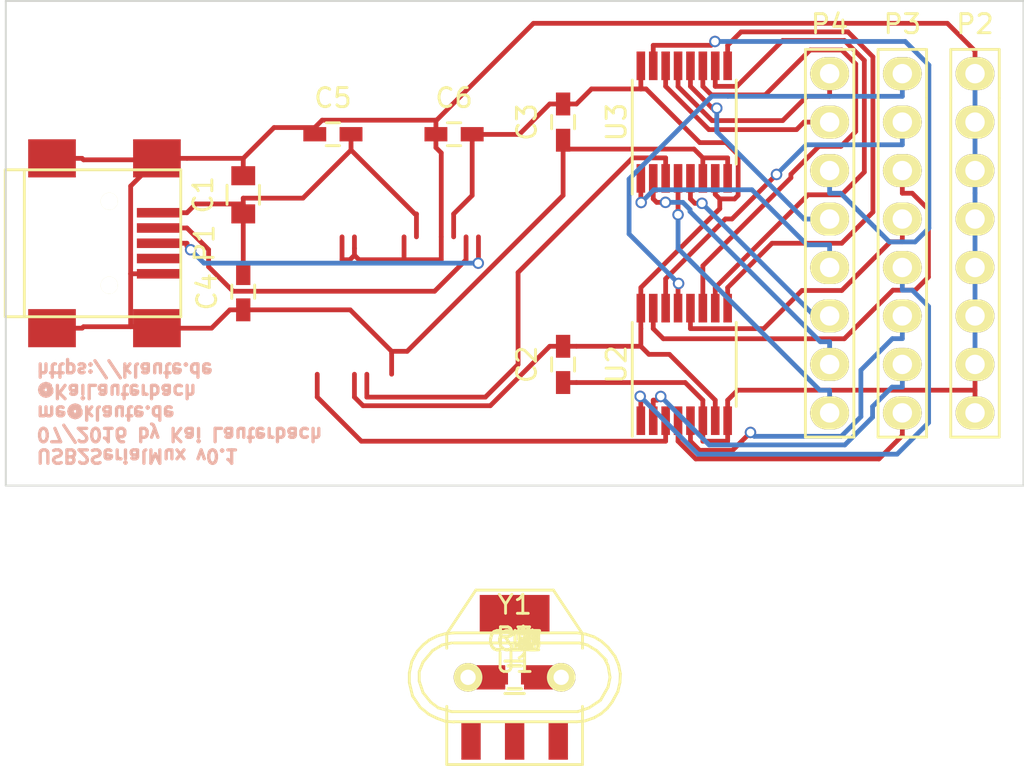
<source format=kicad_pcb>
(kicad_pcb (version 4) (host pcbnew 4.0.2+dfsg1-2~bpo8+1-stable)

  (general
    (links 77)
    (no_connects 22)
    (area 124.409999 91.389999 177.850001 116.890001)
    (thickness 1.6)
    (drawings 5)
    (tracks 324)
    (zones 0)
    (modules 29)
    (nets 36)
  )

  (page A4)
  (layers
    (0 F.Cu signal)
    (31 B.Cu signal)
    (32 B.Adhes user)
    (33 F.Adhes user)
    (34 B.Paste user)
    (35 F.Paste user)
    (36 B.SilkS user)
    (37 F.SilkS user)
    (38 B.Mask user)
    (39 F.Mask user)
    (40 Dwgs.User user)
    (41 Cmts.User user)
    (42 Eco1.User user)
    (43 Eco2.User user)
    (44 Edge.Cuts user)
    (45 Margin user)
    (46 B.CrtYd user)
    (47 F.CrtYd user)
    (48 B.Fab user)
    (49 F.Fab user)
  )

  (setup
    (last_trace_width 0.25)
    (trace_clearance 0.2)
    (zone_clearance 0.508)
    (zone_45_only no)
    (trace_min 0.2)
    (segment_width 0.2)
    (edge_width 0.1)
    (via_size 0.6)
    (via_drill 0.4)
    (via_min_size 0.4)
    (via_min_drill 0.3)
    (uvia_size 0.3)
    (uvia_drill 0.1)
    (uvias_allowed no)
    (uvia_min_size 0.2)
    (uvia_min_drill 0.1)
    (pcb_text_width 0.3)
    (pcb_text_size 1.5 1.5)
    (mod_edge_width 0.15)
    (mod_text_size 1 1)
    (mod_text_width 0.15)
    (pad_size 1.5 1.5)
    (pad_drill 0.6)
    (pad_to_mask_clearance 0)
    (aux_axis_origin 0 0)
    (visible_elements FFFFFF7F)
    (pcbplotparams
      (layerselection 0x00030_80000001)
      (usegerberextensions false)
      (excludeedgelayer true)
      (linewidth 0.100000)
      (plotframeref false)
      (viasonmask false)
      (mode 1)
      (useauxorigin false)
      (hpglpennumber 1)
      (hpglpenspeed 20)
      (hpglpendiameter 15)
      (hpglpenoverlay 2)
      (psnegative false)
      (psa4output false)
      (plotreference true)
      (plotvalue true)
      (plotinvisibletext false)
      (padsonsilk false)
      (subtractmaskfromsilk false)
      (outputformat 1)
      (mirror false)
      (drillshape 1)
      (scaleselection 1)
      (outputdirectory ""))
  )

  (net 0 "")
  (net 1 GND)
  (net 2 +5V)
  (net 3 +3V3)
  (net 4 /D-)
  (net 5 /D+)
  (net 6 "Net-(P1-Pad4)")
  (net 7 "Net-(P3-Pad1)")
  (net 8 "Net-(P3-Pad2)")
  (net 9 "Net-(P3-Pad3)")
  (net 10 "Net-(P3-Pad4)")
  (net 11 "Net-(P3-Pad5)")
  (net 12 "Net-(P3-Pad6)")
  (net 13 "Net-(P3-Pad7)")
  (net 14 "Net-(P3-Pad8)")
  (net 15 "Net-(P4-Pad1)")
  (net 16 "Net-(P4-Pad2)")
  (net 17 "Net-(P4-Pad3)")
  (net 18 "Net-(P4-Pad4)")
  (net 19 "Net-(P4-Pad5)")
  (net 20 "Net-(P4-Pad6)")
  (net 21 "Net-(P4-Pad7)")
  (net 22 "Net-(P4-Pad8)")
  (net 23 /TxD_RxD)
  (net 24 /RxD_TxD)
  (net 25 /S2)
  (net 26 /S1)
  (net 27 /S0)
  (net 28 "Net-(C8-Pad2)")
  (net 29 "Net-(C9-Pad2)")
  (net 30 "Net-(C11-Pad2)")
  (net 31 "Net-(C12-Pad1)")
  (net 32 "Net-(C17-Pad2)")
  (net 33 "Net-(P1-Pad2)")
  (net 34 "Net-(P1-Pad3)")
  (net 35 /nE)

  (net_class Default "This is the default net class."
    (clearance 0.2)
    (trace_width 0.25)
    (via_dia 0.6)
    (via_drill 0.4)
    (uvia_dia 0.3)
    (uvia_drill 0.1)
    (add_net +3V3)
    (add_net +5V)
    (add_net /D+)
    (add_net /D-)
    (add_net /RxD_TxD)
    (add_net /S0)
    (add_net /S1)
    (add_net /S2)
    (add_net /TxD_RxD)
    (add_net /nE)
    (add_net GND)
    (add_net "Net-(C11-Pad2)")
    (add_net "Net-(C12-Pad1)")
    (add_net "Net-(C17-Pad2)")
    (add_net "Net-(C8-Pad2)")
    (add_net "Net-(C9-Pad2)")
    (add_net "Net-(P1-Pad2)")
    (add_net "Net-(P1-Pad3)")
    (add_net "Net-(P1-Pad4)")
    (add_net "Net-(P3-Pad1)")
    (add_net "Net-(P3-Pad2)")
    (add_net "Net-(P3-Pad3)")
    (add_net "Net-(P3-Pad4)")
    (add_net "Net-(P3-Pad5)")
    (add_net "Net-(P3-Pad6)")
    (add_net "Net-(P3-Pad7)")
    (add_net "Net-(P3-Pad8)")
    (add_net "Net-(P4-Pad1)")
    (add_net "Net-(P4-Pad2)")
    (add_net "Net-(P4-Pad3)")
    (add_net "Net-(P4-Pad4)")
    (add_net "Net-(P4-Pad5)")
    (add_net "Net-(P4-Pad6)")
    (add_net "Net-(P4-Pad7)")
    (add_net "Net-(P4-Pad8)")
  )

  (module Housings_SSOP:TSSOP-16_4.4x5mm_Pitch0.65mm (layer F.Cu) (tedit 5789E955) (tstamp 5789E0C1)
    (at 160.02 110.49 90)
    (descr "16-Lead Plastic Thin Shrink Small Outline (ST)-4.4 mm Body [TSSOP] (see Microchip Packaging Specification 00000049BS.pdf)")
    (tags "SSOP 0.65")
    (path /5789DF39)
    (attr smd)
    (fp_text reference U2 (at 0 -3.55 90) (layer F.SilkS)
      (effects (font (size 1 1) (thickness 0.15)))
    )
    (fp_text value 74HC4051 (at 0 3.55 90) (layer F.Fab) hide
      (effects (font (size 1 1) (thickness 0.15)))
    )
    (fp_line (start -3.95 -2.8) (end -3.95 2.8) (layer F.CrtYd) (width 0.05))
    (fp_line (start 3.95 -2.8) (end 3.95 2.8) (layer F.CrtYd) (width 0.05))
    (fp_line (start -3.95 -2.8) (end 3.95 -2.8) (layer F.CrtYd) (width 0.05))
    (fp_line (start -3.95 2.8) (end 3.95 2.8) (layer F.CrtYd) (width 0.05))
    (fp_line (start -2.2 2.725) (end 2.2 2.725) (layer F.SilkS) (width 0.15))
    (fp_line (start -3.775 -2.725) (end 2.2 -2.725) (layer F.SilkS) (width 0.15))
    (pad 1 smd rect (at -2.95 -2.275 90) (size 1.5 0.45) (layers F.Cu F.Paste F.Mask)
      (net 11 "Net-(P3-Pad5)"))
    (pad 2 smd rect (at -2.95 -1.625 90) (size 1.5 0.45) (layers F.Cu F.Paste F.Mask)
      (net 13 "Net-(P3-Pad7)"))
    (pad 3 smd rect (at -2.95 -0.975 90) (size 1.5 0.45) (layers F.Cu F.Paste F.Mask)
      (net 23 /TxD_RxD))
    (pad 4 smd rect (at -2.95 -0.325 90) (size 1.5 0.45) (layers F.Cu F.Paste F.Mask)
      (net 14 "Net-(P3-Pad8)"))
    (pad 5 smd rect (at -2.95 0.325 90) (size 1.5 0.45) (layers F.Cu F.Paste F.Mask)
      (net 12 "Net-(P3-Pad6)"))
    (pad 6 smd rect (at -2.95 0.975 90) (size 1.5 0.45) (layers F.Cu F.Paste F.Mask)
      (net 35 /nE))
    (pad 7 smd rect (at -2.95 1.625 90) (size 1.5 0.45) (layers F.Cu F.Paste F.Mask)
      (net 3 +3V3))
    (pad 8 smd rect (at -2.95 2.275 90) (size 1.5 0.45) (layers F.Cu F.Paste F.Mask)
      (net 1 GND))
    (pad 9 smd rect (at 2.95 2.275 90) (size 1.5 0.45) (layers F.Cu F.Paste F.Mask)
      (net 25 /S2))
    (pad 10 smd rect (at 2.95 1.625 90) (size 1.5 0.45) (layers F.Cu F.Paste F.Mask)
      (net 26 /S1))
    (pad 11 smd rect (at 2.95 0.975 90) (size 1.5 0.45) (layers F.Cu F.Paste F.Mask)
      (net 27 /S0))
    (pad 12 smd rect (at 2.95 0.325 90) (size 1.5 0.45) (layers F.Cu F.Paste F.Mask)
      (net 10 "Net-(P3-Pad4)"))
    (pad 13 smd rect (at 2.95 -0.325 90) (size 1.5 0.45) (layers F.Cu F.Paste F.Mask)
      (net 7 "Net-(P3-Pad1)"))
    (pad 14 smd rect (at 2.95 -0.975 90) (size 1.5 0.45) (layers F.Cu F.Paste F.Mask)
      (net 8 "Net-(P3-Pad2)"))
    (pad 15 smd rect (at 2.95 -1.625 90) (size 1.5 0.45) (layers F.Cu F.Paste F.Mask)
      (net 9 "Net-(P3-Pad3)"))
    (pad 16 smd rect (at 2.95 -2.275 90) (size 1.5 0.45) (layers F.Cu F.Paste F.Mask)
      (net 3 +3V3))
    (model Housings_SSOP.3dshapes/TSSOP-16_4.4x5mm_Pitch0.65mm.wrl
      (at (xyz 0 0 0))
      (scale (xyz 1 1 1))
      (rotate (xyz 0 0 0))
    )
  )

  (module Pin_Headers:Pin_Header_Straight_1x08 (layer F.Cu) (tedit 578A5A28) (tstamp 5789E08D)
    (at 167.64 95.25)
    (descr "Through hole pin header")
    (tags "pin header")
    (path /57880227)
    (fp_text reference P4 (at 0 -2.6) (layer F.SilkS)
      (effects (font (size 1 1) (thickness 0.15)))
    )
    (fp_text value CONN_01X08 (at 0 -3.1) (layer F.Fab) hide
      (effects (font (size 1 1) (thickness 0.15)))
    )
    (fp_line (start -1.27 1.27) (end -1.27 -1.27) (layer F.SilkS) (width 0.15))
    (fp_line (start -1.27 -1.27) (end 1.27 -1.27) (layer F.SilkS) (width 0.15))
    (fp_line (start 1.27 -1.27) (end 1.27 1.27) (layer F.SilkS) (width 0.15))
    (fp_line (start -1.75 -1.75) (end -1.75 19.55) (layer F.CrtYd) (width 0.05))
    (fp_line (start 1.75 -1.75) (end 1.75 19.55) (layer F.CrtYd) (width 0.05))
    (fp_line (start -1.75 -1.75) (end 1.75 -1.75) (layer F.CrtYd) (width 0.05))
    (fp_line (start -1.75 19.55) (end 1.75 19.55) (layer F.CrtYd) (width 0.05))
    (fp_line (start 1.27 1.27) (end 1.27 19.05) (layer F.SilkS) (width 0.15))
    (fp_line (start 1.27 19.05) (end -1.27 19.05) (layer F.SilkS) (width 0.15))
    (fp_line (start -1.27 19.05) (end -1.27 1.27) (layer F.SilkS) (width 0.15))
    (pad 1 thru_hole oval (at 0 0) (size 2.032 1.7272) (drill 1.016) (layers *.Cu *.Mask F.SilkS)
      (net 15 "Net-(P4-Pad1)"))
    (pad 2 thru_hole oval (at 0 2.54) (size 2.032 1.7272) (drill 1.016) (layers *.Cu *.Mask F.SilkS)
      (net 16 "Net-(P4-Pad2)"))
    (pad 3 thru_hole oval (at 0 5.08) (size 2.032 1.7272) (drill 1.016) (layers *.Cu *.Mask F.SilkS)
      (net 17 "Net-(P4-Pad3)"))
    (pad 4 thru_hole oval (at 0 7.62) (size 2.032 1.7272) (drill 1.016) (layers *.Cu *.Mask F.SilkS)
      (net 18 "Net-(P4-Pad4)"))
    (pad 5 thru_hole oval (at 0 10.16) (size 2.032 1.7272) (drill 1.016) (layers *.Cu *.Mask F.SilkS)
      (net 19 "Net-(P4-Pad5)"))
    (pad 6 thru_hole oval (at 0 12.7) (size 2.032 1.7272) (drill 1.016) (layers *.Cu *.Mask F.SilkS)
      (net 20 "Net-(P4-Pad6)"))
    (pad 7 thru_hole oval (at 0 15.24) (size 2.032 1.7272) (drill 1.016) (layers *.Cu *.Mask F.SilkS)
      (net 21 "Net-(P4-Pad7)"))
    (pad 8 thru_hole oval (at 0 17.78) (size 2.032 1.7272) (drill 1.016) (layers *.Cu *.Mask F.SilkS)
      (net 22 "Net-(P4-Pad8)"))
    (model Pin_Headers.3dshapes/Pin_Header_Straight_1x08.wrl
      (at (xyz 0 -0.35 0))
      (scale (xyz 1 1 1))
      (rotate (xyz 0 0 90))
    )
  )

  (module Pin_Headers:Pin_Header_Straight_1x08 (layer F.Cu) (tedit 578A5A87) (tstamp 5789E075)
    (at 175.26 95.25)
    (descr "Through hole pin header")
    (tags "pin header")
    (path /578802D4)
    (fp_text reference P2 (at 0 -2.6) (layer F.SilkS)
      (effects (font (size 1 1) (thickness 0.15)))
    )
    (fp_text value CONN_01X08 (at 0 -3.1) (layer F.Fab) hide
      (effects (font (size 1 1) (thickness 0.15)))
    )
    (fp_line (start -1.27 1.27) (end -1.27 -1.27) (layer F.SilkS) (width 0.15))
    (fp_line (start -1.27 -1.27) (end 1.27 -1.27) (layer F.SilkS) (width 0.15))
    (fp_line (start 1.27 -1.27) (end 1.27 1.27) (layer F.SilkS) (width 0.15))
    (fp_line (start -1.75 -1.75) (end -1.75 19.55) (layer F.CrtYd) (width 0.05))
    (fp_line (start 1.75 -1.75) (end 1.75 19.55) (layer F.CrtYd) (width 0.05))
    (fp_line (start -1.75 -1.75) (end 1.75 -1.75) (layer F.CrtYd) (width 0.05))
    (fp_line (start -1.75 19.55) (end 1.75 19.55) (layer F.CrtYd) (width 0.05))
    (fp_line (start 1.27 1.27) (end 1.27 19.05) (layer F.SilkS) (width 0.15))
    (fp_line (start 1.27 19.05) (end -1.27 19.05) (layer F.SilkS) (width 0.15))
    (fp_line (start -1.27 19.05) (end -1.27 1.27) (layer F.SilkS) (width 0.15))
    (pad 1 thru_hole oval (at 0 0) (size 2.032 1.7272) (drill 1.016) (layers *.Cu *.Mask F.SilkS)
      (net 1 GND))
    (pad 2 thru_hole oval (at 0 2.54) (size 2.032 1.7272) (drill 1.016) (layers *.Cu *.Mask F.SilkS)
      (net 1 GND))
    (pad 3 thru_hole oval (at 0 5.08) (size 2.032 1.7272) (drill 1.016) (layers *.Cu *.Mask F.SilkS)
      (net 1 GND))
    (pad 4 thru_hole oval (at 0 7.62) (size 2.032 1.7272) (drill 1.016) (layers *.Cu *.Mask F.SilkS)
      (net 1 GND))
    (pad 5 thru_hole oval (at 0 10.16) (size 2.032 1.7272) (drill 1.016) (layers *.Cu *.Mask F.SilkS)
      (net 1 GND))
    (pad 6 thru_hole oval (at 0 12.7) (size 2.032 1.7272) (drill 1.016) (layers *.Cu *.Mask F.SilkS)
      (net 1 GND))
    (pad 7 thru_hole oval (at 0 15.24) (size 2.032 1.7272) (drill 1.016) (layers *.Cu *.Mask F.SilkS)
      (net 1 GND))
    (pad 8 thru_hole oval (at 0 17.78) (size 2.032 1.7272) (drill 1.016) (layers *.Cu *.Mask F.SilkS)
      (net 1 GND))
    (model Pin_Headers.3dshapes/Pin_Header_Straight_1x08.wrl
      (at (xyz 0 -0.35 0))
      (scale (xyz 1 1 1))
      (rotate (xyz 0 0 90))
    )
  )

  (module Pin_Headers:Pin_Header_Straight_1x08 (layer F.Cu) (tedit 578A5A68) (tstamp 5789E081)
    (at 171.45 95.25)
    (descr "Through hole pin header")
    (tags "pin header")
    (path /578800A6)
    (fp_text reference P3 (at 0 -2.6) (layer F.SilkS)
      (effects (font (size 1 1) (thickness 0.15)))
    )
    (fp_text value CONN_01X08 (at 0 -3.1) (layer F.Fab) hide
      (effects (font (size 1 1) (thickness 0.15)))
    )
    (fp_line (start -1.27 1.27) (end -1.27 -1.27) (layer F.SilkS) (width 0.15))
    (fp_line (start -1.27 -1.27) (end 1.27 -1.27) (layer F.SilkS) (width 0.15))
    (fp_line (start 1.27 -1.27) (end 1.27 1.27) (layer F.SilkS) (width 0.15))
    (fp_line (start -1.75 -1.75) (end -1.75 19.55) (layer F.CrtYd) (width 0.05))
    (fp_line (start 1.75 -1.75) (end 1.75 19.55) (layer F.CrtYd) (width 0.05))
    (fp_line (start -1.75 -1.75) (end 1.75 -1.75) (layer F.CrtYd) (width 0.05))
    (fp_line (start -1.75 19.55) (end 1.75 19.55) (layer F.CrtYd) (width 0.05))
    (fp_line (start 1.27 1.27) (end 1.27 19.05) (layer F.SilkS) (width 0.15))
    (fp_line (start 1.27 19.05) (end -1.27 19.05) (layer F.SilkS) (width 0.15))
    (fp_line (start -1.27 19.05) (end -1.27 1.27) (layer F.SilkS) (width 0.15))
    (pad 1 thru_hole oval (at 0 0) (size 2.032 1.7272) (drill 1.016) (layers *.Cu *.Mask F.SilkS)
      (net 7 "Net-(P3-Pad1)"))
    (pad 2 thru_hole oval (at 0 2.54) (size 2.032 1.7272) (drill 1.016) (layers *.Cu *.Mask F.SilkS)
      (net 8 "Net-(P3-Pad2)"))
    (pad 3 thru_hole oval (at 0 5.08) (size 2.032 1.7272) (drill 1.016) (layers *.Cu *.Mask F.SilkS)
      (net 9 "Net-(P3-Pad3)"))
    (pad 4 thru_hole oval (at 0 7.62) (size 2.032 1.7272) (drill 1.016) (layers *.Cu *.Mask F.SilkS)
      (net 10 "Net-(P3-Pad4)"))
    (pad 5 thru_hole oval (at 0 10.16) (size 2.032 1.7272) (drill 1.016) (layers *.Cu *.Mask F.SilkS)
      (net 11 "Net-(P3-Pad5)"))
    (pad 6 thru_hole oval (at 0 12.7) (size 2.032 1.7272) (drill 1.016) (layers *.Cu *.Mask F.SilkS)
      (net 12 "Net-(P3-Pad6)"))
    (pad 7 thru_hole oval (at 0 15.24) (size 2.032 1.7272) (drill 1.016) (layers *.Cu *.Mask F.SilkS)
      (net 13 "Net-(P3-Pad7)"))
    (pad 8 thru_hole oval (at 0 17.78) (size 2.032 1.7272) (drill 1.016) (layers *.Cu *.Mask F.SilkS)
      (net 14 "Net-(P3-Pad8)"))
    (model Pin_Headers.3dshapes/Pin_Header_Straight_1x08.wrl
      (at (xyz 0 -0.35 0))
      (scale (xyz 1 1 1))
      (rotate (xyz 0 0 90))
    )
  )

  (module Capacitors_SMD:C_0805 (layer F.Cu) (tedit 5789E98B) (tstamp 5789E04A)
    (at 136.906 101.6 90)
    (descr "Capacitor SMD 0805, reflow soldering, AVX (see smccp.pdf)")
    (tags "capacitor 0805")
    (path /57894879)
    (attr smd)
    (fp_text reference C1 (at 0 -2.1 90) (layer F.SilkS)
      (effects (font (size 1 1) (thickness 0.15)))
    )
    (fp_text value 4,7u (at 0 2.1 90) (layer F.Fab) hide
      (effects (font (size 1 1) (thickness 0.15)))
    )
    (fp_line (start -1.8 -1) (end 1.8 -1) (layer F.CrtYd) (width 0.05))
    (fp_line (start -1.8 1) (end 1.8 1) (layer F.CrtYd) (width 0.05))
    (fp_line (start -1.8 -1) (end -1.8 1) (layer F.CrtYd) (width 0.05))
    (fp_line (start 1.8 -1) (end 1.8 1) (layer F.CrtYd) (width 0.05))
    (fp_line (start 0.5 -0.85) (end -0.5 -0.85) (layer F.SilkS) (width 0.15))
    (fp_line (start -0.5 0.85) (end 0.5 0.85) (layer F.SilkS) (width 0.15))
    (pad 1 smd rect (at -1 0 90) (size 1 1.25) (layers F.Cu F.Paste F.Mask)
      (net 2 +5V))
    (pad 2 smd rect (at 1 0 90) (size 1 1.25) (layers F.Cu F.Paste F.Mask)
      (net 1 GND))
    (model Capacitors_SMD.3dshapes/C_0805.wrl
      (at (xyz 0 0 0))
      (scale (xyz 1 1 1))
      (rotate (xyz 0 0 0))
    )
  )

  (module Capacitors_SMD:C_0603_HandSoldering (layer F.Cu) (tedit 5789E9B4) (tstamp 5789E050)
    (at 153.67 110.49 90)
    (descr "Capacitor SMD 0603, hand soldering")
    (tags "capacitor 0603")
    (path /57892EC4)
    (attr smd)
    (fp_text reference C2 (at 0 -1.9 90) (layer F.SilkS)
      (effects (font (size 1 1) (thickness 0.15)))
    )
    (fp_text value 100n (at 0 1.9 90) (layer F.Fab) hide
      (effects (font (size 1 1) (thickness 0.15)))
    )
    (fp_line (start -1.85 -0.75) (end 1.85 -0.75) (layer F.CrtYd) (width 0.05))
    (fp_line (start -1.85 0.75) (end 1.85 0.75) (layer F.CrtYd) (width 0.05))
    (fp_line (start -1.85 -0.75) (end -1.85 0.75) (layer F.CrtYd) (width 0.05))
    (fp_line (start 1.85 -0.75) (end 1.85 0.75) (layer F.CrtYd) (width 0.05))
    (fp_line (start -0.35 -0.6) (end 0.35 -0.6) (layer F.SilkS) (width 0.15))
    (fp_line (start 0.35 0.6) (end -0.35 0.6) (layer F.SilkS) (width 0.15))
    (pad 1 smd rect (at -0.95 0 90) (size 1.2 0.75) (layers F.Cu F.Paste F.Mask)
      (net 1 GND))
    (pad 2 smd rect (at 0.95 0 90) (size 1.2 0.75) (layers F.Cu F.Paste F.Mask)
      (net 3 +3V3))
    (model Capacitors_SMD.3dshapes/C_0603_HandSoldering.wrl
      (at (xyz 0 0 0))
      (scale (xyz 1 1 1))
      (rotate (xyz 0 0 0))
    )
  )

  (module Capacitors_SMD:C_0603_HandSoldering (layer F.Cu) (tedit 5789E93C) (tstamp 5789E056)
    (at 153.67 97.79 90)
    (descr "Capacitor SMD 0603, hand soldering")
    (tags "capacitor 0603")
    (path /57893092)
    (attr smd)
    (fp_text reference C3 (at 0 -1.9 90) (layer F.SilkS)
      (effects (font (size 1 1) (thickness 0.15)))
    )
    (fp_text value 100n (at 0 1.9 90) (layer F.Fab) hide
      (effects (font (size 1 1) (thickness 0.15)))
    )
    (fp_line (start -1.85 -0.75) (end 1.85 -0.75) (layer F.CrtYd) (width 0.05))
    (fp_line (start -1.85 0.75) (end 1.85 0.75) (layer F.CrtYd) (width 0.05))
    (fp_line (start -1.85 -0.75) (end -1.85 0.75) (layer F.CrtYd) (width 0.05))
    (fp_line (start 1.85 -0.75) (end 1.85 0.75) (layer F.CrtYd) (width 0.05))
    (fp_line (start -0.35 -0.6) (end 0.35 -0.6) (layer F.SilkS) (width 0.15))
    (fp_line (start 0.35 0.6) (end -0.35 0.6) (layer F.SilkS) (width 0.15))
    (pad 1 smd rect (at -0.95 0 90) (size 1.2 0.75) (layers F.Cu F.Paste F.Mask)
      (net 1 GND))
    (pad 2 smd rect (at 0.95 0 90) (size 1.2 0.75) (layers F.Cu F.Paste F.Mask)
      (net 3 +3V3))
    (model Capacitors_SMD.3dshapes/C_0603_HandSoldering.wrl
      (at (xyz 0 0 0))
      (scale (xyz 1 1 1))
      (rotate (xyz 0 0 0))
    )
  )

  (module Capacitors_SMD:C_0603_HandSoldering (layer F.Cu) (tedit 5789E9A1) (tstamp 5789E05C)
    (at 136.906 106.68 270)
    (descr "Capacitor SMD 0603, hand soldering")
    (tags "capacitor 0603")
    (path /578961B9)
    (attr smd)
    (fp_text reference C4 (at 0 1.9 270) (layer F.SilkS)
      (effects (font (size 1 1) (thickness 0.15)))
    )
    (fp_text value 10n (at 0 1.9 270) (layer F.Fab) hide
      (effects (font (size 1 1) (thickness 0.15)))
    )
    (fp_line (start -1.85 -0.75) (end 1.85 -0.75) (layer F.CrtYd) (width 0.05))
    (fp_line (start -1.85 0.75) (end 1.85 0.75) (layer F.CrtYd) (width 0.05))
    (fp_line (start -1.85 -0.75) (end -1.85 0.75) (layer F.CrtYd) (width 0.05))
    (fp_line (start 1.85 -0.75) (end 1.85 0.75) (layer F.CrtYd) (width 0.05))
    (fp_line (start -0.35 -0.6) (end 0.35 -0.6) (layer F.SilkS) (width 0.15))
    (fp_line (start 0.35 0.6) (end -0.35 0.6) (layer F.SilkS) (width 0.15))
    (pad 1 smd rect (at -0.95 0 270) (size 1.2 0.75) (layers F.Cu F.Paste F.Mask)
      (net 2 +5V))
    (pad 2 smd rect (at 0.95 0 270) (size 1.2 0.75) (layers F.Cu F.Paste F.Mask)
      (net 1 GND))
    (model Capacitors_SMD.3dshapes/C_0603_HandSoldering.wrl
      (at (xyz 0 0 0))
      (scale (xyz 1 1 1))
      (rotate (xyz 0 0 0))
    )
  )

  (module Housings_SSOP:TSSOP-16_4.4x5mm_Pitch0.65mm (layer F.Cu) (tedit 5789E94E) (tstamp 5789E0D5)
    (at 160.02 97.79 90)
    (descr "16-Lead Plastic Thin Shrink Small Outline (ST)-4.4 mm Body [TSSOP] (see Microchip Packaging Specification 00000049BS.pdf)")
    (tags "SSOP 0.65")
    (path /5789E407)
    (attr smd)
    (fp_text reference U3 (at 0 -3.55 90) (layer F.SilkS)
      (effects (font (size 1 1) (thickness 0.15)))
    )
    (fp_text value 74HCT4051 (at 0 3.55 90) (layer F.Fab) hide
      (effects (font (size 1 1) (thickness 0.15)))
    )
    (fp_line (start -3.95 -2.8) (end -3.95 2.8) (layer F.CrtYd) (width 0.05))
    (fp_line (start 3.95 -2.8) (end 3.95 2.8) (layer F.CrtYd) (width 0.05))
    (fp_line (start -3.95 -2.8) (end 3.95 -2.8) (layer F.CrtYd) (width 0.05))
    (fp_line (start -3.95 2.8) (end 3.95 2.8) (layer F.CrtYd) (width 0.05))
    (fp_line (start -2.2 2.725) (end 2.2 2.725) (layer F.SilkS) (width 0.15))
    (fp_line (start -3.775 -2.725) (end 2.2 -2.725) (layer F.SilkS) (width 0.15))
    (pad 1 smd rect (at -2.95 -2.275 90) (size 1.5 0.45) (layers F.Cu F.Paste F.Mask)
      (net 19 "Net-(P4-Pad5)"))
    (pad 2 smd rect (at -2.95 -1.625 90) (size 1.5 0.45) (layers F.Cu F.Paste F.Mask)
      (net 21 "Net-(P4-Pad7)"))
    (pad 3 smd rect (at -2.95 -0.975 90) (size 1.5 0.45) (layers F.Cu F.Paste F.Mask)
      (net 24 /RxD_TxD))
    (pad 4 smd rect (at -2.95 -0.325 90) (size 1.5 0.45) (layers F.Cu F.Paste F.Mask)
      (net 22 "Net-(P4-Pad8)"))
    (pad 5 smd rect (at -2.95 0.325 90) (size 1.5 0.45) (layers F.Cu F.Paste F.Mask)
      (net 20 "Net-(P4-Pad6)"))
    (pad 6 smd rect (at -2.95 0.975 90) (size 1.5 0.45) (layers F.Cu F.Paste F.Mask)
      (net 35 /nE))
    (pad 7 smd rect (at -2.95 1.625 90) (size 1.5 0.45) (layers F.Cu F.Paste F.Mask)
      (net 3 +3V3))
    (pad 8 smd rect (at -2.95 2.275 90) (size 1.5 0.45) (layers F.Cu F.Paste F.Mask)
      (net 1 GND))
    (pad 9 smd rect (at 2.95 2.275 90) (size 1.5 0.45) (layers F.Cu F.Paste F.Mask)
      (net 25 /S2))
    (pad 10 smd rect (at 2.95 1.625 90) (size 1.5 0.45) (layers F.Cu F.Paste F.Mask)
      (net 26 /S1))
    (pad 11 smd rect (at 2.95 0.975 90) (size 1.5 0.45) (layers F.Cu F.Paste F.Mask)
      (net 27 /S0))
    (pad 12 smd rect (at 2.95 0.325 90) (size 1.5 0.45) (layers F.Cu F.Paste F.Mask)
      (net 18 "Net-(P4-Pad4)"))
    (pad 13 smd rect (at 2.95 -0.325 90) (size 1.5 0.45) (layers F.Cu F.Paste F.Mask)
      (net 15 "Net-(P4-Pad1)"))
    (pad 14 smd rect (at 2.95 -0.975 90) (size 1.5 0.45) (layers F.Cu F.Paste F.Mask)
      (net 16 "Net-(P4-Pad2)"))
    (pad 15 smd rect (at 2.95 -1.625 90) (size 1.5 0.45) (layers F.Cu F.Paste F.Mask)
      (net 17 "Net-(P4-Pad3)"))
    (pad 16 smd rect (at 2.95 -2.275 90) (size 1.5 0.45) (layers F.Cu F.Paste F.Mask)
      (net 3 +3V3))
    (model Housings_SSOP.3dshapes/TSSOP-16_4.4x5mm_Pitch0.65mm.wrl
      (at (xyz 0 0 0))
      (scale (xyz 1 1 1))
      (rotate (xyz 0 0 0))
    )
  )

  (module Capacitors_SMD:C_0603_HandSoldering (layer F.Cu) (tedit 5789E95E) (tstamp 5789E66D)
    (at 141.605 98.425)
    (descr "Capacitor SMD 0603, hand soldering")
    (tags "capacitor 0603")
    (path /57892620)
    (attr smd)
    (fp_text reference C5 (at 0 -1.9) (layer F.SilkS)
      (effects (font (size 1 1) (thickness 0.15)))
    )
    (fp_text value 100n (at 0 1.9) (layer F.Fab) hide
      (effects (font (size 1 1) (thickness 0.15)))
    )
    (fp_line (start -1.85 -0.75) (end 1.85 -0.75) (layer F.CrtYd) (width 0.05))
    (fp_line (start -1.85 0.75) (end 1.85 0.75) (layer F.CrtYd) (width 0.05))
    (fp_line (start -1.85 -0.75) (end -1.85 0.75) (layer F.CrtYd) (width 0.05))
    (fp_line (start 1.85 -0.75) (end 1.85 0.75) (layer F.CrtYd) (width 0.05))
    (fp_line (start -0.35 -0.6) (end 0.35 -0.6) (layer F.SilkS) (width 0.15))
    (fp_line (start 0.35 0.6) (end -0.35 0.6) (layer F.SilkS) (width 0.15))
    (pad 1 smd rect (at -0.95 0) (size 1.2 0.75) (layers F.Cu F.Paste F.Mask)
      (net 3 +3V3))
    (pad 2 smd rect (at 0.95 0) (size 1.2 0.75) (layers F.Cu F.Paste F.Mask)
      (net 1 GND))
    (model Capacitors_SMD.3dshapes/C_0603_HandSoldering.wrl
      (at (xyz 0 0 0))
      (scale (xyz 1 1 1))
      (rotate (xyz 0 0 0))
    )
  )

  (module Capacitors_SMD:C_0603_HandSoldering (layer F.Cu) (tedit 5789E981) (tstamp 5789E673)
    (at 147.955 98.425 180)
    (descr "Capacitor SMD 0603, hand soldering")
    (tags "capacitor 0603")
    (path /57892501)
    (attr smd)
    (fp_text reference C6 (at 0 1.9 180) (layer F.SilkS)
      (effects (font (size 1 1) (thickness 0.15)))
    )
    (fp_text value 100n (at 0 1.9 180) (layer F.Fab) hide
      (effects (font (size 1 1) (thickness 0.15)))
    )
    (fp_line (start -1.85 -0.75) (end 1.85 -0.75) (layer F.CrtYd) (width 0.05))
    (fp_line (start -1.85 0.75) (end 1.85 0.75) (layer F.CrtYd) (width 0.05))
    (fp_line (start -1.85 -0.75) (end -1.85 0.75) (layer F.CrtYd) (width 0.05))
    (fp_line (start 1.85 -0.75) (end 1.85 0.75) (layer F.CrtYd) (width 0.05))
    (fp_line (start -0.35 -0.6) (end 0.35 -0.6) (layer F.SilkS) (width 0.15))
    (fp_line (start 0.35 0.6) (end -0.35 0.6) (layer F.SilkS) (width 0.15))
    (pad 1 smd rect (at -0.95 0 180) (size 1.2 0.75) (layers F.Cu F.Paste F.Mask)
      (net 2 +5V))
    (pad 2 smd rect (at 0.95 0 180) (size 1.2 0.75) (layers F.Cu F.Paste F.Mask)
      (net 1 GND))
    (model Capacitors_SMD.3dshapes/C_0603_HandSoldering.wrl
      (at (xyz 0 0 0))
      (scale (xyz 1 1 1))
      (rotate (xyz 0 0 0))
    )
  )

  (module Connect:USB_Mini-B (layer F.Cu) (tedit 578A65F5) (tstamp 578A65DB)
    (at 129.032 104.14)
    (descr "USB Mini-B 5-pin SMD connector")
    (tags "USB USB_B USB_Mini connector")
    (path /578834A3)
    (attr smd)
    (fp_text reference P1 (at 5.842 0 90) (layer F.SilkS)
      (effects (font (size 1 1) (thickness 0.15)))
    )
    (fp_text value USB_OTG (at 0 -7.0993) (layer F.Fab) hide
      (effects (font (size 1 1) (thickness 0.15)))
    )
    (fp_line (start -4.85 -5.7) (end 4.85 -5.7) (layer F.CrtYd) (width 0.05))
    (fp_line (start 4.85 -5.7) (end 4.85 5.7) (layer F.CrtYd) (width 0.05))
    (fp_line (start 4.85 5.7) (end -4.85 5.7) (layer F.CrtYd) (width 0.05))
    (fp_line (start -4.85 5.7) (end -4.85 -5.7) (layer F.CrtYd) (width 0.05))
    (fp_line (start -3.59918 -3.85064) (end -3.59918 3.85064) (layer F.SilkS) (width 0.15))
    (fp_line (start -4.59994 -3.85064) (end -4.59994 3.85064) (layer F.SilkS) (width 0.15))
    (fp_line (start -4.59994 3.85064) (end 4.59994 3.85064) (layer F.SilkS) (width 0.15))
    (fp_line (start 4.59994 3.85064) (end 4.59994 -3.85064) (layer F.SilkS) (width 0.15))
    (fp_line (start 4.59994 -3.85064) (end -4.59994 -3.85064) (layer F.SilkS) (width 0.15))
    (pad 1 smd rect (at 3.44932 -1.6002) (size 2.30124 0.50038) (layers F.Cu F.Paste F.Mask)
      (net 2 +5V))
    (pad 2 smd rect (at 3.44932 -0.8001) (size 2.30124 0.50038) (layers F.Cu F.Paste F.Mask)
      (net 33 "Net-(P1-Pad2)"))
    (pad 3 smd rect (at 3.44932 0) (size 2.30124 0.50038) (layers F.Cu F.Paste F.Mask)
      (net 34 "Net-(P1-Pad3)"))
    (pad 4 smd rect (at 3.44932 0.8001) (size 2.30124 0.50038) (layers F.Cu F.Paste F.Mask)
      (net 6 "Net-(P1-Pad4)"))
    (pad 5 smd rect (at 3.44932 1.6002) (size 2.30124 0.50038) (layers F.Cu F.Paste F.Mask)
      (net 1 GND))
    (pad 6 smd rect (at 3.35026 -4.45008) (size 2.49936 1.99898) (layers F.Cu F.Paste F.Mask)
      (net 1 GND))
    (pad 6 smd rect (at -2.14884 -4.45008) (size 2.49936 1.99898) (layers F.Cu F.Paste F.Mask)
      (net 1 GND))
    (pad 6 smd rect (at 3.35026 4.45008) (size 2.49936 1.99898) (layers F.Cu F.Paste F.Mask)
      (net 1 GND))
    (pad 6 smd rect (at -2.14884 4.45008) (size 2.49936 1.99898) (layers F.Cu F.Paste F.Mask)
      (net 1 GND))
    (pad "" np_thru_hole circle (at 0.8509 -2.19964) (size 0.89916 0.89916) (drill 0.89916) (layers *.Cu *.Mask F.SilkS))
    (pad "" np_thru_hole circle (at 0.8509 2.19964) (size 0.89916 0.89916) (drill 0.89916) (layers *.Cu *.Mask F.SilkS))
  )

  (module Capacitors_SMD:C_0603_HandSoldering (layer F.Cu) (tedit 541A9B4D) (tstamp 57910EA4)
    (at 151.13 126.890001)
    (descr "Capacitor SMD 0603, hand soldering")
    (tags "capacitor 0603")
    (path /579135FA)
    (attr smd)
    (fp_text reference C7 (at 0 -1.9) (layer F.SilkS)
      (effects (font (size 1 1) (thickness 0.15)))
    )
    (fp_text value 100n (at 0 1.9) (layer F.Fab)
      (effects (font (size 1 1) (thickness 0.15)))
    )
    (fp_line (start -1.85 -0.75) (end 1.85 -0.75) (layer F.CrtYd) (width 0.05))
    (fp_line (start -1.85 0.75) (end 1.85 0.75) (layer F.CrtYd) (width 0.05))
    (fp_line (start -1.85 -0.75) (end -1.85 0.75) (layer F.CrtYd) (width 0.05))
    (fp_line (start 1.85 -0.75) (end 1.85 0.75) (layer F.CrtYd) (width 0.05))
    (fp_line (start -0.35 -0.6) (end 0.35 -0.6) (layer F.SilkS) (width 0.15))
    (fp_line (start 0.35 0.6) (end -0.35 0.6) (layer F.SilkS) (width 0.15))
    (pad 1 smd rect (at -0.95 0) (size 1.2 0.75) (layers F.Cu F.Paste F.Mask)
      (net 1 GND))
    (pad 2 smd rect (at 0.95 0) (size 1.2 0.75) (layers F.Cu F.Paste F.Mask)
      (net 2 +5V))
    (model Capacitors_SMD.3dshapes/C_0603_HandSoldering.wrl
      (at (xyz 0 0 0))
      (scale (xyz 1 1 1))
      (rotate (xyz 0 0 0))
    )
  )

  (module Capacitors_SMD:C_0603_HandSoldering (layer F.Cu) (tedit 541A9B4D) (tstamp 57910EAA)
    (at 151.13 126.890001)
    (descr "Capacitor SMD 0603, hand soldering")
    (tags "capacitor 0603")
    (path /5791464E)
    (attr smd)
    (fp_text reference C8 (at 0 -1.9) (layer F.SilkS)
      (effects (font (size 1 1) (thickness 0.15)))
    )
    (fp_text value 22p (at 0 1.9) (layer F.Fab)
      (effects (font (size 1 1) (thickness 0.15)))
    )
    (fp_line (start -1.85 -0.75) (end 1.85 -0.75) (layer F.CrtYd) (width 0.05))
    (fp_line (start -1.85 0.75) (end 1.85 0.75) (layer F.CrtYd) (width 0.05))
    (fp_line (start -1.85 -0.75) (end -1.85 0.75) (layer F.CrtYd) (width 0.05))
    (fp_line (start 1.85 -0.75) (end 1.85 0.75) (layer F.CrtYd) (width 0.05))
    (fp_line (start -0.35 -0.6) (end 0.35 -0.6) (layer F.SilkS) (width 0.15))
    (fp_line (start 0.35 0.6) (end -0.35 0.6) (layer F.SilkS) (width 0.15))
    (pad 1 smd rect (at -0.95 0) (size 1.2 0.75) (layers F.Cu F.Paste F.Mask)
      (net 1 GND))
    (pad 2 smd rect (at 0.95 0) (size 1.2 0.75) (layers F.Cu F.Paste F.Mask)
      (net 28 "Net-(C8-Pad2)"))
    (model Capacitors_SMD.3dshapes/C_0603_HandSoldering.wrl
      (at (xyz 0 0 0))
      (scale (xyz 1 1 1))
      (rotate (xyz 0 0 0))
    )
  )

  (module Capacitors_SMD:C_0603_HandSoldering (layer F.Cu) (tedit 541A9B4D) (tstamp 57910EB0)
    (at 151.13 126.890001)
    (descr "Capacitor SMD 0603, hand soldering")
    (tags "capacitor 0603")
    (path /579146CD)
    (attr smd)
    (fp_text reference C9 (at 0 -1.9) (layer F.SilkS)
      (effects (font (size 1 1) (thickness 0.15)))
    )
    (fp_text value 22p (at 0 1.9) (layer F.Fab)
      (effects (font (size 1 1) (thickness 0.15)))
    )
    (fp_line (start -1.85 -0.75) (end 1.85 -0.75) (layer F.CrtYd) (width 0.05))
    (fp_line (start -1.85 0.75) (end 1.85 0.75) (layer F.CrtYd) (width 0.05))
    (fp_line (start -1.85 -0.75) (end -1.85 0.75) (layer F.CrtYd) (width 0.05))
    (fp_line (start 1.85 -0.75) (end 1.85 0.75) (layer F.CrtYd) (width 0.05))
    (fp_line (start -0.35 -0.6) (end 0.35 -0.6) (layer F.SilkS) (width 0.15))
    (fp_line (start 0.35 0.6) (end -0.35 0.6) (layer F.SilkS) (width 0.15))
    (pad 1 smd rect (at -0.95 0) (size 1.2 0.75) (layers F.Cu F.Paste F.Mask)
      (net 1 GND))
    (pad 2 smd rect (at 0.95 0) (size 1.2 0.75) (layers F.Cu F.Paste F.Mask)
      (net 29 "Net-(C9-Pad2)"))
    (model Capacitors_SMD.3dshapes/C_0603_HandSoldering.wrl
      (at (xyz 0 0 0))
      (scale (xyz 1 1 1))
      (rotate (xyz 0 0 0))
    )
  )

  (module Capacitors_SMD:C_0603_HandSoldering (layer F.Cu) (tedit 541A9B4D) (tstamp 57910EB6)
    (at 151.13 126.890001)
    (descr "Capacitor SMD 0603, hand soldering")
    (tags "capacitor 0603")
    (path /57916B74)
    (attr smd)
    (fp_text reference C10 (at 0 -1.9) (layer F.SilkS)
      (effects (font (size 1 1) (thickness 0.15)))
    )
    (fp_text value 1µ (at 0 1.9) (layer F.Fab)
      (effects (font (size 1 1) (thickness 0.15)))
    )
    (fp_line (start -1.85 -0.75) (end 1.85 -0.75) (layer F.CrtYd) (width 0.05))
    (fp_line (start -1.85 0.75) (end 1.85 0.75) (layer F.CrtYd) (width 0.05))
    (fp_line (start -1.85 -0.75) (end -1.85 0.75) (layer F.CrtYd) (width 0.05))
    (fp_line (start 1.85 -0.75) (end 1.85 0.75) (layer F.CrtYd) (width 0.05))
    (fp_line (start -0.35 -0.6) (end 0.35 -0.6) (layer F.SilkS) (width 0.15))
    (fp_line (start 0.35 0.6) (end -0.35 0.6) (layer F.SilkS) (width 0.15))
    (pad 1 smd rect (at -0.95 0) (size 1.2 0.75) (layers F.Cu F.Paste F.Mask)
      (net 1 GND))
    (pad 2 smd rect (at 0.95 0) (size 1.2 0.75) (layers F.Cu F.Paste F.Mask)
      (net 3 +3V3))
    (model Capacitors_SMD.3dshapes/C_0603_HandSoldering.wrl
      (at (xyz 0 0 0))
      (scale (xyz 1 1 1))
      (rotate (xyz 0 0 0))
    )
  )

  (module Capacitors_SMD:C_0603_HandSoldering (layer F.Cu) (tedit 541A9B4D) (tstamp 57910EBC)
    (at 151.13 126.890001)
    (descr "Capacitor SMD 0603, hand soldering")
    (tags "capacitor 0603")
    (path /57913D48)
    (attr smd)
    (fp_text reference C11 (at 0 -1.9) (layer F.SilkS)
      (effects (font (size 1 1) (thickness 0.15)))
    )
    (fp_text value 100n (at 0 1.9) (layer F.Fab)
      (effects (font (size 1 1) (thickness 0.15)))
    )
    (fp_line (start -1.85 -0.75) (end 1.85 -0.75) (layer F.CrtYd) (width 0.05))
    (fp_line (start -1.85 0.75) (end 1.85 0.75) (layer F.CrtYd) (width 0.05))
    (fp_line (start -1.85 -0.75) (end -1.85 0.75) (layer F.CrtYd) (width 0.05))
    (fp_line (start 1.85 -0.75) (end 1.85 0.75) (layer F.CrtYd) (width 0.05))
    (fp_line (start -0.35 -0.6) (end 0.35 -0.6) (layer F.SilkS) (width 0.15))
    (fp_line (start 0.35 0.6) (end -0.35 0.6) (layer F.SilkS) (width 0.15))
    (pad 1 smd rect (at -0.95 0) (size 1.2 0.75) (layers F.Cu F.Paste F.Mask)
      (net 1 GND))
    (pad 2 smd rect (at 0.95 0) (size 1.2 0.75) (layers F.Cu F.Paste F.Mask)
      (net 30 "Net-(C11-Pad2)"))
    (model Capacitors_SMD.3dshapes/C_0603_HandSoldering.wrl
      (at (xyz 0 0 0))
      (scale (xyz 1 1 1))
      (rotate (xyz 0 0 0))
    )
  )

  (module Capacitors_SMD:C_0603_HandSoldering (layer F.Cu) (tedit 541A9B4D) (tstamp 57910EC2)
    (at 151.13 126.890001)
    (descr "Capacitor SMD 0603, hand soldering")
    (tags "capacitor 0603")
    (path /57915C8A)
    (attr smd)
    (fp_text reference C12 (at 0 -1.9) (layer F.SilkS)
      (effects (font (size 1 1) (thickness 0.15)))
    )
    (fp_text value 100n (at 0 1.9) (layer F.Fab)
      (effects (font (size 1 1) (thickness 0.15)))
    )
    (fp_line (start -1.85 -0.75) (end 1.85 -0.75) (layer F.CrtYd) (width 0.05))
    (fp_line (start -1.85 0.75) (end 1.85 0.75) (layer F.CrtYd) (width 0.05))
    (fp_line (start -1.85 -0.75) (end -1.85 0.75) (layer F.CrtYd) (width 0.05))
    (fp_line (start 1.85 -0.75) (end 1.85 0.75) (layer F.CrtYd) (width 0.05))
    (fp_line (start -0.35 -0.6) (end 0.35 -0.6) (layer F.SilkS) (width 0.15))
    (fp_line (start 0.35 0.6) (end -0.35 0.6) (layer F.SilkS) (width 0.15))
    (pad 1 smd rect (at -0.95 0) (size 1.2 0.75) (layers F.Cu F.Paste F.Mask)
      (net 31 "Net-(C12-Pad1)"))
    (pad 2 smd rect (at 0.95 0) (size 1.2 0.75) (layers F.Cu F.Paste F.Mask)
      (net 1 GND))
    (model Capacitors_SMD.3dshapes/C_0603_HandSoldering.wrl
      (at (xyz 0 0 0))
      (scale (xyz 1 1 1))
      (rotate (xyz 0 0 0))
    )
  )

  (module Capacitors_SMD:C_0603_HandSoldering (layer F.Cu) (tedit 541A9B4D) (tstamp 57910EC8)
    (at 151.13 126.890001)
    (descr "Capacitor SMD 0603, hand soldering")
    (tags "capacitor 0603")
    (path /57915A7A)
    (attr smd)
    (fp_text reference C13 (at 0 -1.9) (layer F.SilkS)
      (effects (font (size 1 1) (thickness 0.15)))
    )
    (fp_text value 100n (at 0 1.9) (layer F.Fab)
      (effects (font (size 1 1) (thickness 0.15)))
    )
    (fp_line (start -1.85 -0.75) (end 1.85 -0.75) (layer F.CrtYd) (width 0.05))
    (fp_line (start -1.85 0.75) (end 1.85 0.75) (layer F.CrtYd) (width 0.05))
    (fp_line (start -1.85 -0.75) (end -1.85 0.75) (layer F.CrtYd) (width 0.05))
    (fp_line (start 1.85 -0.75) (end 1.85 0.75) (layer F.CrtYd) (width 0.05))
    (fp_line (start -0.35 -0.6) (end 0.35 -0.6) (layer F.SilkS) (width 0.15))
    (fp_line (start 0.35 0.6) (end -0.35 0.6) (layer F.SilkS) (width 0.15))
    (pad 1 smd rect (at -0.95 0) (size 1.2 0.75) (layers F.Cu F.Paste F.Mask)
      (net 31 "Net-(C12-Pad1)"))
    (pad 2 smd rect (at 0.95 0) (size 1.2 0.75) (layers F.Cu F.Paste F.Mask)
      (net 1 GND))
    (model Capacitors_SMD.3dshapes/C_0603_HandSoldering.wrl
      (at (xyz 0 0 0))
      (scale (xyz 1 1 1))
      (rotate (xyz 0 0 0))
    )
  )

  (module Capacitors_SMD:C_0603_HandSoldering (layer F.Cu) (tedit 541A9B4D) (tstamp 57910ECE)
    (at 151.13 126.890001)
    (descr "Capacitor SMD 0603, hand soldering")
    (tags "capacitor 0603")
    (path /57915B48)
    (attr smd)
    (fp_text reference C14 (at 0 -1.9) (layer F.SilkS)
      (effects (font (size 1 1) (thickness 0.15)))
    )
    (fp_text value 100n (at 0 1.9) (layer F.Fab)
      (effects (font (size 1 1) (thickness 0.15)))
    )
    (fp_line (start -1.85 -0.75) (end 1.85 -0.75) (layer F.CrtYd) (width 0.05))
    (fp_line (start -1.85 0.75) (end 1.85 0.75) (layer F.CrtYd) (width 0.05))
    (fp_line (start -1.85 -0.75) (end -1.85 0.75) (layer F.CrtYd) (width 0.05))
    (fp_line (start 1.85 -0.75) (end 1.85 0.75) (layer F.CrtYd) (width 0.05))
    (fp_line (start -0.35 -0.6) (end 0.35 -0.6) (layer F.SilkS) (width 0.15))
    (fp_line (start 0.35 0.6) (end -0.35 0.6) (layer F.SilkS) (width 0.15))
    (pad 1 smd rect (at -0.95 0) (size 1.2 0.75) (layers F.Cu F.Paste F.Mask)
      (net 31 "Net-(C12-Pad1)"))
    (pad 2 smd rect (at 0.95 0) (size 1.2 0.75) (layers F.Cu F.Paste F.Mask)
      (net 1 GND))
    (model Capacitors_SMD.3dshapes/C_0603_HandSoldering.wrl
      (at (xyz 0 0 0))
      (scale (xyz 1 1 1))
      (rotate (xyz 0 0 0))
    )
  )

  (module Capacitors_SMD:C_0603_HandSoldering (layer F.Cu) (tedit 541A9B4D) (tstamp 57910ED4)
    (at 151.13 126.890001)
    (descr "Capacitor SMD 0603, hand soldering")
    (tags "capacitor 0603")
    (path /57915BC5)
    (attr smd)
    (fp_text reference C15 (at 0 -1.9) (layer F.SilkS)
      (effects (font (size 1 1) (thickness 0.15)))
    )
    (fp_text value 100n (at 0 1.9) (layer F.Fab)
      (effects (font (size 1 1) (thickness 0.15)))
    )
    (fp_line (start -1.85 -0.75) (end 1.85 -0.75) (layer F.CrtYd) (width 0.05))
    (fp_line (start -1.85 0.75) (end 1.85 0.75) (layer F.CrtYd) (width 0.05))
    (fp_line (start -1.85 -0.75) (end -1.85 0.75) (layer F.CrtYd) (width 0.05))
    (fp_line (start 1.85 -0.75) (end 1.85 0.75) (layer F.CrtYd) (width 0.05))
    (fp_line (start -0.35 -0.6) (end 0.35 -0.6) (layer F.SilkS) (width 0.15))
    (fp_line (start 0.35 0.6) (end -0.35 0.6) (layer F.SilkS) (width 0.15))
    (pad 1 smd rect (at -0.95 0) (size 1.2 0.75) (layers F.Cu F.Paste F.Mask)
      (net 31 "Net-(C12-Pad1)"))
    (pad 2 smd rect (at 0.95 0) (size 1.2 0.75) (layers F.Cu F.Paste F.Mask)
      (net 1 GND))
    (model Capacitors_SMD.3dshapes/C_0603_HandSoldering.wrl
      (at (xyz 0 0 0))
      (scale (xyz 1 1 1))
      (rotate (xyz 0 0 0))
    )
  )

  (module Capacitors_SMD:C_0603_HandSoldering (layer F.Cu) (tedit 541A9B4D) (tstamp 57910EDA)
    (at 151.13 126.890001)
    (descr "Capacitor SMD 0603, hand soldering")
    (tags "capacitor 0603")
    (path /57915C25)
    (attr smd)
    (fp_text reference C16 (at 0 -1.9) (layer F.SilkS)
      (effects (font (size 1 1) (thickness 0.15)))
    )
    (fp_text value 100n (at 0 1.9) (layer F.Fab)
      (effects (font (size 1 1) (thickness 0.15)))
    )
    (fp_line (start -1.85 -0.75) (end 1.85 -0.75) (layer F.CrtYd) (width 0.05))
    (fp_line (start -1.85 0.75) (end 1.85 0.75) (layer F.CrtYd) (width 0.05))
    (fp_line (start -1.85 -0.75) (end -1.85 0.75) (layer F.CrtYd) (width 0.05))
    (fp_line (start 1.85 -0.75) (end 1.85 0.75) (layer F.CrtYd) (width 0.05))
    (fp_line (start -0.35 -0.6) (end 0.35 -0.6) (layer F.SilkS) (width 0.15))
    (fp_line (start 0.35 0.6) (end -0.35 0.6) (layer F.SilkS) (width 0.15))
    (pad 1 smd rect (at -0.95 0) (size 1.2 0.75) (layers F.Cu F.Paste F.Mask)
      (net 31 "Net-(C12-Pad1)"))
    (pad 2 smd rect (at 0.95 0) (size 1.2 0.75) (layers F.Cu F.Paste F.Mask)
      (net 1 GND))
    (model Capacitors_SMD.3dshapes/C_0603_HandSoldering.wrl
      (at (xyz 0 0 0))
      (scale (xyz 1 1 1))
      (rotate (xyz 0 0 0))
    )
  )

  (module Capacitors_SMD:C_0603_HandSoldering (layer F.Cu) (tedit 541A9B4D) (tstamp 57910EE0)
    (at 151.13 126.890001)
    (descr "Capacitor SMD 0603, hand soldering")
    (tags "capacitor 0603")
    (path /5791899F)
    (attr smd)
    (fp_text reference C17 (at 0 -1.9) (layer F.SilkS)
      (effects (font (size 1 1) (thickness 0.15)))
    )
    (fp_text value 100n (at 0 1.9) (layer F.Fab)
      (effects (font (size 1 1) (thickness 0.15)))
    )
    (fp_line (start -1.85 -0.75) (end 1.85 -0.75) (layer F.CrtYd) (width 0.05))
    (fp_line (start -1.85 0.75) (end 1.85 0.75) (layer F.CrtYd) (width 0.05))
    (fp_line (start -1.85 -0.75) (end -1.85 0.75) (layer F.CrtYd) (width 0.05))
    (fp_line (start 1.85 -0.75) (end 1.85 0.75) (layer F.CrtYd) (width 0.05))
    (fp_line (start -0.35 -0.6) (end 0.35 -0.6) (layer F.SilkS) (width 0.15))
    (fp_line (start 0.35 0.6) (end -0.35 0.6) (layer F.SilkS) (width 0.15))
    (pad 1 smd rect (at -0.95 0) (size 1.2 0.75) (layers F.Cu F.Paste F.Mask)
      (net 1 GND))
    (pad 2 smd rect (at 0.95 0) (size 1.2 0.75) (layers F.Cu F.Paste F.Mask)
      (net 32 "Net-(C17-Pad2)"))
    (model Capacitors_SMD.3dshapes/C_0603_HandSoldering.wrl
      (at (xyz 0 0 0))
      (scale (xyz 1 1 1))
      (rotate (xyz 0 0 0))
    )
  )

  (module Capacitors_SMD:C_0805_HandSoldering (layer F.Cu) (tedit 541A9B8D) (tstamp 57910EE6)
    (at 151.13 126.890001)
    (descr "Capacitor SMD 0805, hand soldering")
    (tags "capacitor 0805")
    (path /579174A9)
    (attr smd)
    (fp_text reference R1 (at 0 -2.1) (layer F.SilkS)
      (effects (font (size 1 1) (thickness 0.15)))
    )
    (fp_text value 22 (at 0 2.1) (layer F.Fab)
      (effects (font (size 1 1) (thickness 0.15)))
    )
    (fp_line (start -2.3 -1) (end 2.3 -1) (layer F.CrtYd) (width 0.05))
    (fp_line (start -2.3 1) (end 2.3 1) (layer F.CrtYd) (width 0.05))
    (fp_line (start -2.3 -1) (end -2.3 1) (layer F.CrtYd) (width 0.05))
    (fp_line (start 2.3 -1) (end 2.3 1) (layer F.CrtYd) (width 0.05))
    (fp_line (start 0.5 -0.85) (end -0.5 -0.85) (layer F.SilkS) (width 0.15))
    (fp_line (start -0.5 0.85) (end 0.5 0.85) (layer F.SilkS) (width 0.15))
    (pad 1 smd rect (at -1.25 0) (size 1.5 1.25) (layers F.Cu F.Paste F.Mask)
      (net 33 "Net-(P1-Pad2)"))
    (pad 2 smd rect (at 1.25 0) (size 1.5 1.25) (layers F.Cu F.Paste F.Mask)
      (net 4 /D-))
    (model Capacitors_SMD.3dshapes/C_0805_HandSoldering.wrl
      (at (xyz 0 0 0))
      (scale (xyz 1 1 1))
      (rotate (xyz 0 0 0))
    )
  )

  (module Capacitors_SMD:C_0805_HandSoldering (layer F.Cu) (tedit 541A9B8D) (tstamp 57910EEC)
    (at 151.13 126.890001)
    (descr "Capacitor SMD 0805, hand soldering")
    (tags "capacitor 0805")
    (path /579177D4)
    (attr smd)
    (fp_text reference R2 (at 0 -2.1) (layer F.SilkS)
      (effects (font (size 1 1) (thickness 0.15)))
    )
    (fp_text value 22 (at 0 2.1) (layer F.Fab)
      (effects (font (size 1 1) (thickness 0.15)))
    )
    (fp_line (start -2.3 -1) (end 2.3 -1) (layer F.CrtYd) (width 0.05))
    (fp_line (start -2.3 1) (end 2.3 1) (layer F.CrtYd) (width 0.05))
    (fp_line (start -2.3 -1) (end -2.3 1) (layer F.CrtYd) (width 0.05))
    (fp_line (start 2.3 -1) (end 2.3 1) (layer F.CrtYd) (width 0.05))
    (fp_line (start 0.5 -0.85) (end -0.5 -0.85) (layer F.SilkS) (width 0.15))
    (fp_line (start -0.5 0.85) (end 0.5 0.85) (layer F.SilkS) (width 0.15))
    (pad 1 smd rect (at -1.25 0) (size 1.5 1.25) (layers F.Cu F.Paste F.Mask)
      (net 34 "Net-(P1-Pad3)"))
    (pad 2 smd rect (at 1.25 0) (size 1.5 1.25) (layers F.Cu F.Paste F.Mask)
      (net 5 /D+))
    (model Capacitors_SMD.3dshapes/C_0805_HandSoldering.wrl
      (at (xyz 0 0 0))
      (scale (xyz 1 1 1))
      (rotate (xyz 0 0 0))
    )
  )

  (module Capacitors_SMD:C_0805_HandSoldering (layer F.Cu) (tedit 541A9B8D) (tstamp 57910EF2)
    (at 151.13 126.890001)
    (descr "Capacitor SMD 0805, hand soldering")
    (tags "capacitor 0805")
    (path /57912DC2)
    (attr smd)
    (fp_text reference R3 (at 0 -2.1) (layer F.SilkS)
      (effects (font (size 1 1) (thickness 0.15)))
    )
    (fp_text value 10k (at 0 2.1) (layer F.Fab)
      (effects (font (size 1 1) (thickness 0.15)))
    )
    (fp_line (start -2.3 -1) (end 2.3 -1) (layer F.CrtYd) (width 0.05))
    (fp_line (start -2.3 1) (end 2.3 1) (layer F.CrtYd) (width 0.05))
    (fp_line (start -2.3 -1) (end -2.3 1) (layer F.CrtYd) (width 0.05))
    (fp_line (start 2.3 -1) (end 2.3 1) (layer F.CrtYd) (width 0.05))
    (fp_line (start 0.5 -0.85) (end -0.5 -0.85) (layer F.SilkS) (width 0.15))
    (fp_line (start -0.5 0.85) (end 0.5 0.85) (layer F.SilkS) (width 0.15))
    (pad 1 smd rect (at -1.25 0) (size 1.5 1.25) (layers F.Cu F.Paste F.Mask)
      (net 3 +3V3))
    (pad 2 smd rect (at 1.25 0) (size 1.5 1.25) (layers F.Cu F.Paste F.Mask)
      (net 30 "Net-(C11-Pad2)"))
    (model Capacitors_SMD.3dshapes/C_0805_HandSoldering.wrl
      (at (xyz 0 0 0))
      (scale (xyz 1 1 1))
      (rotate (xyz 0 0 0))
    )
  )

  (module Capacitors_SMD:C_0805_HandSoldering (layer F.Cu) (tedit 541A9B8D) (tstamp 57910EF8)
    (at 151.13 126.890001)
    (descr "Capacitor SMD 0805, hand soldering")
    (tags "capacitor 0805")
    (path /57914D9E)
    (attr smd)
    (fp_text reference R4 (at 0 -2.1) (layer F.SilkS)
      (effects (font (size 1 1) (thickness 0.15)))
    )
    (fp_text value 10k (at 0 2.1) (layer F.Fab)
      (effects (font (size 1 1) (thickness 0.15)))
    )
    (fp_line (start -2.3 -1) (end 2.3 -1) (layer F.CrtYd) (width 0.05))
    (fp_line (start -2.3 1) (end 2.3 1) (layer F.CrtYd) (width 0.05))
    (fp_line (start -2.3 -1) (end -2.3 1) (layer F.CrtYd) (width 0.05))
    (fp_line (start 2.3 -1) (end 2.3 1) (layer F.CrtYd) (width 0.05))
    (fp_line (start 0.5 -0.85) (end -0.5 -0.85) (layer F.SilkS) (width 0.15))
    (fp_line (start -0.5 0.85) (end 0.5 0.85) (layer F.SilkS) (width 0.15))
    (pad 1 smd rect (at -1.25 0) (size 1.5 1.25) (layers F.Cu F.Paste F.Mask)
      (net 35 /nE))
    (pad 2 smd rect (at 1.25 0) (size 1.5 1.25) (layers F.Cu F.Paste F.Mask)
      (net 1 GND))
    (model Capacitors_SMD.3dshapes/C_0805_HandSoldering.wrl
      (at (xyz 0 0 0))
      (scale (xyz 1 1 1))
      (rotate (xyz 0 0 0))
    )
  )

  (module TO_SOT_Packages_SMD:SOT-223 (layer F.Cu) (tedit 0) (tstamp 57910F00)
    (at 151.13 126.890001)
    (descr "module CMS SOT223 4 pins")
    (tags "CMS SOT")
    (path /57910D48)
    (attr smd)
    (fp_text reference U1 (at 0 -0.762) (layer F.SilkS)
      (effects (font (size 1 1) (thickness 0.15)))
    )
    (fp_text value LD1117S33TR (at 0 0.762) (layer F.Fab)
      (effects (font (size 1 1) (thickness 0.15)))
    )
    (fp_line (start -3.556 1.524) (end -3.556 4.572) (layer F.SilkS) (width 0.15))
    (fp_line (start -3.556 4.572) (end 3.556 4.572) (layer F.SilkS) (width 0.15))
    (fp_line (start 3.556 4.572) (end 3.556 1.524) (layer F.SilkS) (width 0.15))
    (fp_line (start -3.556 -1.524) (end -3.556 -2.286) (layer F.SilkS) (width 0.15))
    (fp_line (start -3.556 -2.286) (end -2.032 -4.572) (layer F.SilkS) (width 0.15))
    (fp_line (start -2.032 -4.572) (end 2.032 -4.572) (layer F.SilkS) (width 0.15))
    (fp_line (start 2.032 -4.572) (end 3.556 -2.286) (layer F.SilkS) (width 0.15))
    (fp_line (start 3.556 -2.286) (end 3.556 -1.524) (layer F.SilkS) (width 0.15))
    (pad 4 smd rect (at 0 -3.302) (size 3.6576 2.032) (layers F.Cu F.Paste F.Mask))
    (pad 2 smd rect (at 0 3.302) (size 1.016 2.032) (layers F.Cu F.Paste F.Mask)
      (net 3 +3V3))
    (pad 3 smd rect (at 2.286 3.302) (size 1.016 2.032) (layers F.Cu F.Paste F.Mask)
      (net 2 +5V))
    (pad 1 smd rect (at -2.286 3.302) (size 1.016 2.032) (layers F.Cu F.Paste F.Mask)
      (net 1 GND))
    (model TO_SOT_Packages_SMD.3dshapes/SOT-223.wrl
      (at (xyz 0 0 0))
      (scale (xyz 0.4 0.4 0.4))
      (rotate (xyz 0 0 0))
    )
  )

  (module Crystals:Crystal_HC49-U_Vertical (layer F.Cu) (tedit 0) (tstamp 57910F06)
    (at 151.13 126.890001)
    (descr "Crystal, Quarz, HC49/U, vertical, stehend,")
    (tags "Crystal, Quarz, HC49/U, vertical, stehend,")
    (path /57914290)
    (fp_text reference Y1 (at 0 -3.81) (layer F.SilkS)
      (effects (font (size 1 1) (thickness 0.15)))
    )
    (fp_text value Crystal_Small (at 0 3.81) (layer F.Fab)
      (effects (font (size 1 1) (thickness 0.15)))
    )
    (fp_line (start 4.699 -1.00076) (end 4.89966 -0.59944) (layer F.SilkS) (width 0.15))
    (fp_line (start 4.89966 -0.59944) (end 5.00126 0) (layer F.SilkS) (width 0.15))
    (fp_line (start 5.00126 0) (end 4.89966 0.50038) (layer F.SilkS) (width 0.15))
    (fp_line (start 4.89966 0.50038) (end 4.50088 1.19888) (layer F.SilkS) (width 0.15))
    (fp_line (start 4.50088 1.19888) (end 3.8989 1.6002) (layer F.SilkS) (width 0.15))
    (fp_line (start 3.8989 1.6002) (end 3.29946 1.80086) (layer F.SilkS) (width 0.15))
    (fp_line (start 3.29946 1.80086) (end -3.29946 1.80086) (layer F.SilkS) (width 0.15))
    (fp_line (start -3.29946 1.80086) (end -4.0005 1.6002) (layer F.SilkS) (width 0.15))
    (fp_line (start -4.0005 1.6002) (end -4.39928 1.30048) (layer F.SilkS) (width 0.15))
    (fp_line (start -4.39928 1.30048) (end -4.8006 0.8001) (layer F.SilkS) (width 0.15))
    (fp_line (start -4.8006 0.8001) (end -5.00126 0.20066) (layer F.SilkS) (width 0.15))
    (fp_line (start -5.00126 0.20066) (end -5.00126 -0.29972) (layer F.SilkS) (width 0.15))
    (fp_line (start -5.00126 -0.29972) (end -4.8006 -0.8001) (layer F.SilkS) (width 0.15))
    (fp_line (start -4.8006 -0.8001) (end -4.30022 -1.39954) (layer F.SilkS) (width 0.15))
    (fp_line (start -4.30022 -1.39954) (end -3.79984 -1.69926) (layer F.SilkS) (width 0.15))
    (fp_line (start -3.79984 -1.69926) (end -3.29946 -1.80086) (layer F.SilkS) (width 0.15))
    (fp_line (start -3.2004 -1.80086) (end 3.40106 -1.80086) (layer F.SilkS) (width 0.15))
    (fp_line (start 3.40106 -1.80086) (end 3.79984 -1.69926) (layer F.SilkS) (width 0.15))
    (fp_line (start 3.79984 -1.69926) (end 4.30022 -1.39954) (layer F.SilkS) (width 0.15))
    (fp_line (start 4.30022 -1.39954) (end 4.8006 -0.89916) (layer F.SilkS) (width 0.15))
    (fp_line (start -3.19024 -2.32918) (end -3.64998 -2.28092) (layer F.SilkS) (width 0.15))
    (fp_line (start -3.64998 -2.28092) (end -4.04876 -2.16916) (layer F.SilkS) (width 0.15))
    (fp_line (start -4.04876 -2.16916) (end -4.48056 -1.95072) (layer F.SilkS) (width 0.15))
    (fp_line (start -4.48056 -1.95072) (end -4.77012 -1.71958) (layer F.SilkS) (width 0.15))
    (fp_line (start -4.77012 -1.71958) (end -5.10032 -1.36906) (layer F.SilkS) (width 0.15))
    (fp_line (start -5.10032 -1.36906) (end -5.38988 -0.83058) (layer F.SilkS) (width 0.15))
    (fp_line (start -5.38988 -0.83058) (end -5.51942 -0.23114) (layer F.SilkS) (width 0.15))
    (fp_line (start -5.51942 -0.23114) (end -5.51942 0.2794) (layer F.SilkS) (width 0.15))
    (fp_line (start -5.51942 0.2794) (end -5.34924 0.98044) (layer F.SilkS) (width 0.15))
    (fp_line (start -5.34924 0.98044) (end -4.95046 1.56972) (layer F.SilkS) (width 0.15))
    (fp_line (start -4.95046 1.56972) (end -4.49072 1.94056) (layer F.SilkS) (width 0.15))
    (fp_line (start -4.49072 1.94056) (end -4.06908 2.14884) (layer F.SilkS) (width 0.15))
    (fp_line (start -4.06908 2.14884) (end -3.6195 2.30886) (layer F.SilkS) (width 0.15))
    (fp_line (start -3.6195 2.30886) (end -3.18008 2.33934) (layer F.SilkS) (width 0.15))
    (fp_line (start 4.16052 2.1209) (end 4.53898 1.89992) (layer F.SilkS) (width 0.15))
    (fp_line (start 4.53898 1.89992) (end 4.85902 1.62052) (layer F.SilkS) (width 0.15))
    (fp_line (start 4.85902 1.62052) (end 5.11048 1.29032) (layer F.SilkS) (width 0.15))
    (fp_line (start 5.11048 1.29032) (end 5.4102 0.73914) (layer F.SilkS) (width 0.15))
    (fp_line (start 5.4102 0.73914) (end 5.51942 0.26924) (layer F.SilkS) (width 0.15))
    (fp_line (start 5.51942 0.26924) (end 5.53974 -0.1905) (layer F.SilkS) (width 0.15))
    (fp_line (start 5.53974 -0.1905) (end 5.45084 -0.65024) (layer F.SilkS) (width 0.15))
    (fp_line (start 5.45084 -0.65024) (end 5.26034 -1.09982) (layer F.SilkS) (width 0.15))
    (fp_line (start 5.26034 -1.09982) (end 4.89966 -1.56972) (layer F.SilkS) (width 0.15))
    (fp_line (start 4.89966 -1.56972) (end 4.54914 -1.88976) (layer F.SilkS) (width 0.15))
    (fp_line (start 4.54914 -1.88976) (end 4.16052 -2.1209) (layer F.SilkS) (width 0.15))
    (fp_line (start 4.16052 -2.1209) (end 3.73126 -2.2606) (layer F.SilkS) (width 0.15))
    (fp_line (start 3.73126 -2.2606) (end 3.2893 -2.32918) (layer F.SilkS) (width 0.15))
    (fp_line (start -3.2004 2.32918) (end 3.2512 2.32918) (layer F.SilkS) (width 0.15))
    (fp_line (start 3.2512 2.32918) (end 3.6703 2.29108) (layer F.SilkS) (width 0.15))
    (fp_line (start 3.6703 2.29108) (end 4.16052 2.1209) (layer F.SilkS) (width 0.15))
    (fp_line (start -3.2004 -2.32918) (end 3.2512 -2.32918) (layer F.SilkS) (width 0.15))
    (pad 1 thru_hole circle (at -2.44094 0) (size 1.50114 1.50114) (drill 0.8001) (layers *.Cu *.Mask F.SilkS)
      (net 28 "Net-(C8-Pad2)"))
    (pad 2 thru_hole circle (at 2.44094 0) (size 1.50114 1.50114) (drill 0.8001) (layers *.Cu *.Mask F.SilkS)
      (net 29 "Net-(C9-Pad2)"))
  )

  (gr_text "USB2SerialMux v0.1\n07/2016 by Kai Lauterbach\nme@klaute.de\n@KaiLauterbach\nhttps://klaute.de" (at 125.984 113.03 180) (layer B.SilkS)
    (effects (font (size 0.7 0.7) (thickness 0.175)) (justify left mirror))
  )
  (gr_line (start 177.8 116.84) (end 124.46 116.84) (angle 90) (layer Edge.Cuts) (width 0.1))
  (gr_line (start 177.8 91.44) (end 177.8 116.84) (angle 90) (layer Edge.Cuts) (width 0.1))
  (gr_line (start 124.46 91.44) (end 177.8 91.44) (angle 90) (layer Edge.Cuts) (width 0.1))
  (gr_line (start 124.46 116.84) (end 124.46 91.44) (angle 90) (layer Edge.Cuts) (width 0.1))

  (segment (start 175.26 100.33) (end 175.26 97.79) (width 0.25) (layer B.Cu) (net 1))
  (segment (start 175.26 97.79) (end 175.26 95.25) (width 0.25) (layer B.Cu) (net 1))
  (segment (start 128.5349 99.7666) (end 132.3823 99.7666) (width 0.25) (layer F.Cu) (net 1))
  (segment (start 128.4582 99.6899) (end 128.5349 99.7666) (width 0.25) (layer F.Cu) (net 1))
  (segment (start 132.3823 99.6899) (end 132.3823 99.7666) (width 0.25) (layer F.Cu) (net 1))
  (segment (start 126.8832 99.6899) (end 128.4582 99.6899) (width 0.25) (layer F.Cu) (net 1))
  (segment (start 136.906 100.6) (end 136.906 99.7747) (width 0.25) (layer F.Cu) (net 1))
  (segment (start 175.26 113.03) (end 175.26 111.8411) (width 0.25) (layer F.Cu) (net 1))
  (segment (start 175.26 100.33) (end 175.26 101.5189) (width 0.25) (layer B.Cu) (net 1))
  (segment (start 175.26 105.41) (end 175.26 102.87) (width 0.25) (layer B.Cu) (net 1))
  (segment (start 175.26 102.87) (end 175.26 101.5189) (width 0.25) (layer B.Cu) (net 1))
  (segment (start 132.3823 99.6899) (end 133.9573 99.6899) (width 0.25) (layer F.Cu) (net 1))
  (segment (start 136.906 99.6899) (end 133.9573 99.6899) (width 0.25) (layer F.Cu) (net 1))
  (segment (start 136.906 99.6899) (end 136.906 99.7747) (width 0.25) (layer F.Cu) (net 1))
  (segment (start 142.734 103.804) (end 142.734 104.4041) (width 0.25) (layer F.Cu) (net 1))
  (segment (start 142.084 103.804) (end 142.084 105.0043) (width 0.25) (layer F.Cu) (net 1))
  (segment (start 131.0054 101.1435) (end 132.3823 99.7666) (width 0.25) (layer F.Cu) (net 1))
  (segment (start 131.0054 105.7402) (end 131.0054 101.1435) (width 0.25) (layer F.Cu) (net 1))
  (segment (start 132.4813 105.7402) (end 131.0054 105.7402) (width 0.25) (layer F.Cu) (net 1))
  (segment (start 147.284 103.804) (end 147.284 105.0043) (width 0.25) (layer F.Cu) (net 1))
  (segment (start 126.8832 108.5901) (end 128.4582 108.5901) (width 0.25) (layer F.Cu) (net 1))
  (segment (start 145.334 105.0043) (end 147.284 105.0043) (width 0.25) (layer F.Cu) (net 1))
  (segment (start 145.334 103.804) (end 145.334 105.0043) (width 0.25) (layer F.Cu) (net 1))
  (segment (start 142.9712 105.0043) (end 145.334 105.0043) (width 0.25) (layer F.Cu) (net 1))
  (segment (start 142.734 104.7671) (end 142.9712 105.0043) (width 0.25) (layer F.Cu) (net 1))
  (segment (start 142.734 104.4041) (end 142.734 104.7671) (width 0.25) (layer F.Cu) (net 1))
  (segment (start 142.4968 105.0043) (end 142.084 105.0043) (width 0.25) (layer F.Cu) (net 1))
  (segment (start 142.734 104.7671) (end 142.4968 105.0043) (width 0.25) (layer F.Cu) (net 1))
  (segment (start 175.26 105.41) (end 175.26 107.95) (width 0.25) (layer B.Cu) (net 1))
  (segment (start 175.26 107.95) (end 175.26 110.49) (width 0.25) (layer B.Cu) (net 1))
  (segment (start 160.0703 111.44) (end 154.3703 111.44) (width 0.25) (layer F.Cu) (net 1))
  (segment (start 160.995 112.3647) (end 160.0703 111.44) (width 0.25) (layer F.Cu) (net 1))
  (segment (start 138.5211 98.0748) (end 136.906 99.6899) (width 0.25) (layer F.Cu) (net 1))
  (segment (start 153.9076 111.44) (end 154.3703 111.44) (width 0.25) (layer F.Cu) (net 1))
  (segment (start 153.9076 111.44) (end 153.67 111.44) (width 0.25) (layer F.Cu) (net 1))
  (segment (start 175.26 95.25) (end 175.26 94.0611) (width 0.25) (layer F.Cu) (net 1))
  (segment (start 147.005 98.425) (end 147.005 97.7248) (width 0.25) (layer F.Cu) (net 1))
  (segment (start 147.284 99.4043) (end 147.284 103.804) (width 0.25) (layer F.Cu) (net 1))
  (segment (start 147.005 99.1253) (end 147.284 99.4043) (width 0.25) (layer F.Cu) (net 1))
  (segment (start 147.005 98.425) (end 147.005 99.1253) (width 0.25) (layer F.Cu) (net 1))
  (segment (start 162.295 114.5153) (end 160.995 114.5153) (width 0.25) (layer F.Cu) (net 1))
  (segment (start 162.295 113.44) (end 162.295 114.5153) (width 0.25) (layer F.Cu) (net 1))
  (segment (start 162.295 100.74) (end 162.295 99.6647) (width 0.25) (layer F.Cu) (net 1))
  (segment (start 175.26 110.49) (end 175.26 111.8411) (width 0.25) (layer F.Cu) (net 1))
  (segment (start 162.295 113.44) (end 162.295 112.3647) (width 0.25) (layer F.Cu) (net 1))
  (segment (start 162.8186 111.8411) (end 162.295 112.3647) (width 0.25) (layer F.Cu) (net 1))
  (segment (start 175.26 111.8411) (end 162.8186 111.8411) (width 0.25) (layer F.Cu) (net 1))
  (segment (start 128.5349 108.5134) (end 131.0054 108.5134) (width 0.25) (layer F.Cu) (net 1))
  (segment (start 128.4582 108.5901) (end 128.5349 108.5134) (width 0.25) (layer F.Cu) (net 1))
  (segment (start 131.0054 108.5134) (end 131.0054 105.7402) (width 0.25) (layer F.Cu) (net 1))
  (segment (start 175.26 94.0611) (end 173.8105 92.6116) (width 0.25) (layer F.Cu) (net 1))
  (segment (start 144.684 111.004) (end 144.684 109.9163) (width 0.25) (layer F.Cu) (net 1))
  (segment (start 144.684 109.9163) (end 144.684 109.8037) (width 0.25) (layer F.Cu) (net 1))
  (segment (start 153.67 101.63) (end 153.67 99.2031) (width 0.25) (layer F.Cu) (net 1))
  (segment (start 145.4963 109.8037) (end 153.67 101.63) (width 0.25) (layer F.Cu) (net 1))
  (segment (start 144.684 109.8037) (end 145.4963 109.8037) (width 0.25) (layer F.Cu) (net 1))
  (segment (start 160.5334 99.2031) (end 153.67 99.2031) (width 0.25) (layer F.Cu) (net 1))
  (segment (start 153.67 99.2031) (end 153.67 98.74) (width 0.25) (layer F.Cu) (net 1))
  (segment (start 132.3056 108.5134) (end 132.3823 108.5901) (width 0.25) (layer F.Cu) (net 1))
  (segment (start 131.0054 108.5134) (end 132.3056 108.5134) (width 0.25) (layer F.Cu) (net 1))
  (segment (start 142.5103 107.63) (end 144.684 109.8037) (width 0.25) (layer F.Cu) (net 1))
  (segment (start 136.906 107.63) (end 142.5103 107.63) (width 0.25) (layer F.Cu) (net 1))
  (segment (start 135.2456 108.5901) (end 132.3823 108.5901) (width 0.25) (layer F.Cu) (net 1))
  (segment (start 136.2057 107.63) (end 135.2456 108.5901) (width 0.25) (layer F.Cu) (net 1))
  (segment (start 136.906 107.63) (end 136.2057 107.63) (width 0.25) (layer F.Cu) (net 1))
  (segment (start 142.555 98.491) (end 142.555 98.425) (width 0.25) (layer F.Cu) (net 1))
  (segment (start 145.984 103.804) (end 145.984 102.6037) (width 0.25) (layer F.Cu) (net 1))
  (segment (start 142.555 98.491) (end 142.555 99.254) (width 0.25) (layer F.Cu) (net 1))
  (segment (start 145.9047 102.6037) (end 145.984 102.6037) (width 0.25) (layer F.Cu) (net 1))
  (segment (start 142.555 99.254) (end 145.9047 102.6037) (width 0.25) (layer F.Cu) (net 1))
  (segment (start 140.0343 101.7747) (end 136.906 101.7747) (width 0.25) (layer F.Cu) (net 1))
  (segment (start 142.555 99.254) (end 140.0343 101.7747) (width 0.25) (layer F.Cu) (net 1))
  (segment (start 134.4178 102.0792) (end 136.906 102.0792) (width 0.25) (layer F.Cu) (net 1))
  (segment (start 133.9572 102.5398) (end 134.4178 102.0792) (width 0.25) (layer F.Cu) (net 1))
  (segment (start 136.906 102.0792) (end 136.906 101.7747) (width 0.25) (layer F.Cu) (net 1))
  (segment (start 136.906 105.73) (end 136.906 102.6) (width 0.25) (layer F.Cu) (net 2))
  (segment (start 136.906 102.6) (end 136.906 102.0792) (width 0.25) (layer F.Cu) (net 2))
  (segment (start 132.4813 102.5398) (end 133.9572 102.5398) (width 0.25) (layer F.Cu) (net 2))
  (segment (start 147.934 103.804) (end 147.934 102.6037) (width 0.25) (layer F.Cu) (net 2))
  (segment (start 148.905 101.6327) (end 148.905 98.7751) (width 0.25) (layer F.Cu) (net 2))
  (segment (start 147.934 102.6037) (end 148.905 101.6327) (width 0.25) (layer F.Cu) (net 2))
  (segment (start 148.905 98.425) (end 148.905 98.4359) (width 0.25) (layer F.Cu) (net 2))
  (segment (start 148.905 98.4359) (end 148.905 98.7751) (width 0.25) (layer F.Cu) (net 2))
  (segment (start 151.3738 98.4359) (end 152.9697 96.84) (width 0.25) (layer F.Cu) (net 2))
  (segment (start 148.905 98.4359) (end 151.3738 98.4359) (width 0.25) (layer F.Cu) (net 2))
  (segment (start 140.655 98.425) (end 140.655 98.0748) (width 0.25) (layer F.Cu) (net 3))
  (segment (start 140.655 98.0748) (end 138.5211 98.0748) (width 0.25) (layer F.Cu) (net 3))
  (segment (start 141.0408 97.689) (end 140.655 98.0748) (width 0.25) (layer F.Cu) (net 3))
  (segment (start 146.9692 97.689) (end 141.0408 97.689) (width 0.25) (layer F.Cu) (net 3))
  (segment (start 147.005 97.7248) (end 146.9692 97.689) (width 0.25) (layer F.Cu) (net 3))
  (segment (start 152.1182 92.6116) (end 147.005 97.7248) (width 0.25) (layer F.Cu) (net 3))
  (segment (start 173.8105 92.6116) (end 152.1182 92.6116) (width 0.25) (layer F.Cu) (net 3))
  (segment (start 157.745 94.84) (end 157.745 95.9153) (width 0.25) (layer F.Cu) (net 3))
  (segment (start 161.645 101.165) (end 161.645 100.74) (width 0.25) (layer F.Cu) (net 3))
  (segment (start 154.0202 96.84) (end 154.3703 96.84) (width 0.25) (layer F.Cu) (net 3))
  (segment (start 157.745 107.54) (end 157.745 108.6153) (width 0.25) (layer F.Cu) (net 3))
  (segment (start 161.645 113.44) (end 161.645 112.3647) (width 0.25) (layer F.Cu) (net 3))
  (segment (start 142.734 111.004) (end 142.734 112.2043) (width 0.25) (layer F.Cu) (net 3))
  (segment (start 153.67 109.54) (end 152.9697 109.54) (width 0.25) (layer F.Cu) (net 3))
  (segment (start 154.0202 96.84) (end 153.67 96.84) (width 0.25) (layer F.Cu) (net 3))
  (segment (start 153.67 109.54) (end 154.3703 109.54) (width 0.25) (layer F.Cu) (net 3))
  (segment (start 157.745 109.54) (end 154.3703 109.54) (width 0.25) (layer F.Cu) (net 3))
  (segment (start 157.745 108.6153) (end 157.745 109.54) (width 0.25) (layer F.Cu) (net 3))
  (segment (start 159.242 109.9617) (end 161.645 112.3647) (width 0.25) (layer F.Cu) (net 3))
  (segment (start 158.1667 109.9617) (end 159.242 109.9617) (width 0.25) (layer F.Cu) (net 3))
  (segment (start 157.745 109.54) (end 158.1667 109.9617) (width 0.25) (layer F.Cu) (net 3))
  (segment (start 149.8551 112.6546) (end 152.9697 109.54) (width 0.25) (layer F.Cu) (net 3))
  (segment (start 143.1843 112.6546) (end 149.8551 112.6546) (width 0.25) (layer F.Cu) (net 3))
  (segment (start 142.734 112.2043) (end 143.1843 112.6546) (width 0.25) (layer F.Cu) (net 3))
  (segment (start 153.67 96.84) (end 152.9697 96.84) (width 0.25) (layer F.Cu) (net 3))
  (segment (start 155.158 96.0523) (end 157.745 96.0523) (width 0.25) (layer F.Cu) (net 3))
  (segment (start 154.3703 96.84) (end 155.158 96.0523) (width 0.25) (layer F.Cu) (net 3))
  (segment (start 157.745 96.0523) (end 157.745 95.9153) (width 0.25) (layer F.Cu) (net 3))
  (segment (start 157.745 107.54) (end 157.745 106.4647) (width 0.25) (layer F.Cu) (net 3))
  (segment (start 161.8823 102.3274) (end 157.745 106.4647) (width 0.25) (layer F.Cu) (net 3))
  (segment (start 161.8823 101.8154) (end 161.8823 102.3274) (width 0.25) (layer F.Cu) (net 3))
  (segment (start 162.6589 101.8154) (end 161.8823 101.8154) (width 0.25) (layer F.Cu) (net 3))
  (segment (start 162.8454 101.6289) (end 162.6589 101.8154) (width 0.25) (layer F.Cu) (net 3))
  (segment (start 162.8454 99.5055) (end 162.8454 101.6289) (width 0.25) (layer F.Cu) (net 3))
  (segment (start 162.2049 98.865) (end 162.8454 99.5055) (width 0.25) (layer F.Cu) (net 3))
  (segment (start 160.8322 98.865) (end 162.2049 98.865) (width 0.25) (layer F.Cu) (net 3))
  (segment (start 158.0195 96.0523) (end 160.8322 98.865) (width 0.25) (layer F.Cu) (net 3))
  (segment (start 157.745 96.0523) (end 158.0195 96.0523) (width 0.25) (layer F.Cu) (net 3))
  (segment (start 161.645 101.5781) (end 161.645 101.165) (width 0.25) (layer F.Cu) (net 3))
  (segment (start 161.8823 101.8154) (end 161.645 101.5781) (width 0.25) (layer F.Cu) (net 3))
  (via (at 159.7225 106.248) (size 0.6) (layers F.Cu B.Cu) (net 7))
  (segment (start 159.695 107.54) (end 159.695 106.4647) (width 0.25) (layer F.Cu) (net 7))
  (segment (start 171.45 95.25) (end 171.45 96.4389) (width 0.25) (layer B.Cu) (net 7))
  (segment (start 159.7225 106.4372) (end 159.7225 106.248) (width 0.25) (layer F.Cu) (net 7))
  (segment (start 159.695 106.4647) (end 159.7225 106.4372) (width 0.25) (layer F.Cu) (net 7))
  (segment (start 157.1287 103.6542) (end 159.7225 106.248) (width 0.25) (layer B.Cu) (net 7))
  (segment (start 157.1287 100.7725) (end 157.1287 103.6542) (width 0.25) (layer B.Cu) (net 7))
  (segment (start 161.4663 96.4349) (end 157.1287 100.7725) (width 0.25) (layer B.Cu) (net 7))
  (segment (start 162.3031 96.4349) (end 161.4663 96.4349) (width 0.25) (layer B.Cu) (net 7))
  (segment (start 162.3071 96.4389) (end 162.3031 96.4349) (width 0.25) (layer B.Cu) (net 7))
  (segment (start 171.45 96.4389) (end 162.3071 96.4389) (width 0.25) (layer B.Cu) (net 7))
  (via (at 164.8555 100.5334) (size 0.6) (layers F.Cu B.Cu) (net 8))
  (segment (start 171.45 97.79) (end 171.45 98.9789) (width 0.25) (layer B.Cu) (net 8))
  (segment (start 166.41 98.9789) (end 164.8555 100.5334) (width 0.25) (layer B.Cu) (net 8))
  (segment (start 171.45 98.9789) (end 166.41 98.9789) (width 0.25) (layer B.Cu) (net 8))
  (segment (start 162.523 102.8659) (end 164.8555 100.5334) (width 0.25) (layer F.Cu) (net 8))
  (segment (start 162.1784 102.8659) (end 162.523 102.8659) (width 0.25) (layer F.Cu) (net 8))
  (segment (start 159.045 105.9993) (end 162.1784 102.8659) (width 0.25) (layer F.Cu) (net 8))
  (segment (start 159.045 107.54) (end 159.045 105.9993) (width 0.25) (layer F.Cu) (net 8))
  (segment (start 171.45 100.33) (end 171.45 101.5189) (width 0.25) (layer F.Cu) (net 9))
  (segment (start 158.395 107.54) (end 158.395 108.6153) (width 0.25) (layer F.Cu) (net 9))
  (segment (start 171.9701 101.5189) (end 171.45 101.5189) (width 0.25) (layer F.Cu) (net 9))
  (segment (start 172.8181 102.3669) (end 171.9701 101.5189) (width 0.25) (layer F.Cu) (net 9))
  (segment (start 172.8181 105.9086) (end 172.8181 102.3669) (width 0.25) (layer F.Cu) (net 9))
  (segment (start 172.1277 106.599) (end 172.8181 105.9086) (width 0.25) (layer F.Cu) (net 9))
  (segment (start 170.9543 106.599) (end 172.1277 106.599) (width 0.25) (layer F.Cu) (net 9))
  (segment (start 168.4089 109.1444) (end 170.9543 106.599) (width 0.25) (layer F.Cu) (net 9))
  (segment (start 158.9241 109.1444) (end 168.4089 109.1444) (width 0.25) (layer F.Cu) (net 9))
  (segment (start 158.395 108.6153) (end 158.9241 109.1444) (width 0.25) (layer F.Cu) (net 9))
  (segment (start 171.45 102.87) (end 171.45 104.0589) (width 0.25) (layer F.Cu) (net 10))
  (segment (start 160.345 107.54) (end 160.345 108.6153) (width 0.25) (layer F.Cu) (net 10))
  (segment (start 170.8312 104.0589) (end 171.45 104.0589) (width 0.25) (layer F.Cu) (net 10))
  (segment (start 168.276 106.6141) (end 170.8312 104.0589) (width 0.25) (layer F.Cu) (net 10))
  (segment (start 166.1891 106.6141) (end 168.276 106.6141) (width 0.25) (layer F.Cu) (net 10))
  (segment (start 164.1879 108.6153) (end 166.1891 106.6141) (width 0.25) (layer F.Cu) (net 10))
  (segment (start 160.345 108.6153) (end 164.1879 108.6153) (width 0.25) (layer F.Cu) (net 10))
  (via (at 157.7099 112.1626) (size 0.6) (layers F.Cu B.Cu) (net 11))
  (segment (start 160.7418 115.1945) (end 157.7099 112.1626) (width 0.25) (layer B.Cu) (net 11))
  (segment (start 171.1748 115.1945) (end 160.7418 115.1945) (width 0.25) (layer B.Cu) (net 11))
  (segment (start 172.8279 113.5414) (end 171.1748 115.1945) (width 0.25) (layer B.Cu) (net 11))
  (segment (start 172.8279 107.4567) (end 172.8279 113.5414) (width 0.25) (layer B.Cu) (net 11))
  (segment (start 171.9701 106.5989) (end 172.8279 107.4567) (width 0.25) (layer B.Cu) (net 11))
  (segment (start 171.45 106.5989) (end 171.9701 106.5989) (width 0.25) (layer B.Cu) (net 11))
  (segment (start 157.745 112.1977) (end 157.745 113.44) (width 0.25) (layer F.Cu) (net 11))
  (segment (start 157.7099 112.1626) (end 157.745 112.1977) (width 0.25) (layer F.Cu) (net 11))
  (segment (start 171.45 105.41) (end 171.45 106.5989) (width 0.25) (layer B.Cu) (net 11))
  (via (at 163.4912 114.0554) (size 0.6) (layers F.Cu B.Cu) (net 12))
  (segment (start 160.345 113.44) (end 160.345 114.5153) (width 0.25) (layer F.Cu) (net 12))
  (segment (start 171.45 107.95) (end 171.45 109.1389) (width 0.25) (layer B.Cu) (net 12))
  (segment (start 163.6942 114.2584) (end 163.4912 114.0554) (width 0.25) (layer B.Cu) (net 12))
  (segment (start 168.2517 114.2584) (end 163.6942 114.2584) (width 0.25) (layer B.Cu) (net 12))
  (segment (start 169.2783 113.2318) (end 168.2517 114.2584) (width 0.25) (layer B.Cu) (net 12))
  (segment (start 169.2783 110.7905) (end 169.2783 113.2318) (width 0.25) (layer B.Cu) (net 12))
  (segment (start 170.9299 109.1389) (end 169.2783 110.7905) (width 0.25) (layer B.Cu) (net 12))
  (segment (start 171.45 109.1389) (end 170.9299 109.1389) (width 0.25) (layer B.Cu) (net 12))
  (segment (start 162.5537 114.9929) (end 163.4912 114.0554) (width 0.25) (layer F.Cu) (net 12))
  (segment (start 160.8226 114.9929) (end 162.5537 114.9929) (width 0.25) (layer F.Cu) (net 12))
  (segment (start 160.345 114.5153) (end 160.8226 114.9929) (width 0.25) (layer F.Cu) (net 12))
  (via (at 158.7876 112.1708) (size 0.6) (layers F.Cu B.Cu) (net 13))
  (segment (start 158.395 113.44) (end 158.395 112.3647) (width 0.25) (layer F.Cu) (net 13))
  (segment (start 158.5937 112.3647) (end 158.395 112.3647) (width 0.25) (layer F.Cu) (net 13))
  (segment (start 158.7876 112.1708) (end 158.5937 112.3647) (width 0.25) (layer F.Cu) (net 13))
  (segment (start 171.45 110.49) (end 171.45 111.6789) (width 0.25) (layer B.Cu) (net 13))
  (segment (start 161.3255 114.7087) (end 158.7876 112.1708) (width 0.25) (layer B.Cu) (net 13))
  (segment (start 168.4383 114.7087) (end 161.3255 114.7087) (width 0.25) (layer B.Cu) (net 13))
  (segment (start 169.8911 113.2559) (end 168.4383 114.7087) (width 0.25) (layer B.Cu) (net 13))
  (segment (start 169.8911 112.6964) (end 169.8911 113.2559) (width 0.25) (layer B.Cu) (net 13))
  (segment (start 170.9086 111.6789) (end 169.8911 112.6964) (width 0.25) (layer B.Cu) (net 13))
  (segment (start 171.45 111.6789) (end 170.9086 111.6789) (width 0.25) (layer B.Cu) (net 13))
  (segment (start 171.45 113.03) (end 171.45 114.2189) (width 0.25) (layer F.Cu) (net 14))
  (segment (start 159.695 113.44) (end 159.695 114.5153) (width 0.25) (layer F.Cu) (net 14))
  (segment (start 170.2257 115.4432) (end 171.45 114.2189) (width 0.25) (layer F.Cu) (net 14))
  (segment (start 160.6229 115.4432) (end 170.2257 115.4432) (width 0.25) (layer F.Cu) (net 14))
  (segment (start 159.695 114.5153) (end 160.6229 115.4432) (width 0.25) (layer F.Cu) (net 14))
  (segment (start 159.695 95.9284) (end 159.695 94.84) (width 0.25) (layer F.Cu) (net 15))
  (segment (start 161.4762 97.7096) (end 159.695 95.9284) (width 0.25) (layer F.Cu) (net 15))
  (segment (start 165.1804 97.7096) (end 161.4762 97.7096) (width 0.25) (layer F.Cu) (net 15))
  (segment (start 166.4511 96.4389) (end 165.1804 97.7096) (width 0.25) (layer F.Cu) (net 15))
  (segment (start 167.64 96.4389) (end 166.4511 96.4389) (width 0.25) (layer F.Cu) (net 15))
  (segment (start 167.64 95.25) (end 167.64 96.4389) (width 0.25) (layer F.Cu) (net 15))
  (segment (start 159.045 94.84) (end 159.045 95.9153) (width 0.25) (layer F.Cu) (net 16))
  (segment (start 167.64 97.79) (end 166.2987 97.79) (width 0.25) (layer F.Cu) (net 16))
  (segment (start 165.9047 98.184) (end 166.2987 97.79) (width 0.25) (layer F.Cu) (net 16))
  (segment (start 161.3137 98.184) (end 165.9047 98.184) (width 0.25) (layer F.Cu) (net 16))
  (segment (start 159.045 95.9153) (end 161.3137 98.184) (width 0.25) (layer F.Cu) (net 16))
  (via (at 161.6291 93.5644) (size 0.6) (layers F.Cu B.Cu) (net 17))
  (segment (start 167.64 100.33) (end 167.64 101.5189) (width 0.25) (layer B.Cu) (net 17))
  (segment (start 171.6041 93.5644) (end 161.6291 93.5644) (width 0.25) (layer B.Cu) (net 17))
  (segment (start 172.8415 94.8018) (end 171.6041 93.5644) (width 0.25) (layer B.Cu) (net 17))
  (segment (start 172.8415 103.3471) (end 172.8415 94.8018) (width 0.25) (layer B.Cu) (net 17))
  (segment (start 172.1191 104.0695) (end 172.8415 103.3471) (width 0.25) (layer B.Cu) (net 17))
  (segment (start 170.7722 104.0695) (end 172.1191 104.0695) (width 0.25) (layer B.Cu) (net 17))
  (segment (start 168.2216 101.5189) (end 170.7722 104.0695) (width 0.25) (layer B.Cu) (net 17))
  (segment (start 167.64 101.5189) (end 168.2216 101.5189) (width 0.25) (layer B.Cu) (net 17))
  (segment (start 161.4288 93.7647) (end 161.6291 93.5644) (width 0.25) (layer F.Cu) (net 17))
  (segment (start 158.395 93.7647) (end 161.4288 93.7647) (width 0.25) (layer F.Cu) (net 17))
  (segment (start 158.395 94.84) (end 158.395 93.7647) (width 0.25) (layer F.Cu) (net 17))
  (via (at 161.7253 97.0602) (size 0.6) (layers F.Cu B.Cu) (net 18))
  (segment (start 167.64 102.87) (end 166.2987 102.87) (width 0.25) (layer B.Cu) (net 18))
  (segment (start 160.345 94.84) (end 160.345 95.9153) (width 0.25) (layer F.Cu) (net 18))
  (segment (start 161.7253 98.2966) (end 161.7253 97.0602) (width 0.25) (layer B.Cu) (net 18))
  (segment (start 166.2987 102.87) (end 161.7253 98.2966) (width 0.25) (layer B.Cu) (net 18))
  (segment (start 161.4899 97.0602) (end 161.7253 97.0602) (width 0.25) (layer F.Cu) (net 18))
  (segment (start 160.345 95.9153) (end 161.4899 97.0602) (width 0.25) (layer F.Cu) (net 18))
  (via (at 157.7619 102.0023) (size 0.6) (layers F.Cu B.Cu) (net 19))
  (segment (start 158.4294 101.3348) (end 157.7619 102.0023) (width 0.25) (layer B.Cu) (net 19))
  (segment (start 163.5648 101.3348) (end 158.4294 101.3348) (width 0.25) (layer B.Cu) (net 19))
  (segment (start 166.4511 104.2211) (end 163.5648 101.3348) (width 0.25) (layer B.Cu) (net 19))
  (segment (start 167.64 104.2211) (end 166.4511 104.2211) (width 0.25) (layer B.Cu) (net 19))
  (segment (start 157.745 101.9854) (end 157.7619 102.0023) (width 0.25) (layer F.Cu) (net 19))
  (segment (start 157.745 100.74) (end 157.745 101.9854) (width 0.25) (layer F.Cu) (net 19))
  (segment (start 167.64 105.41) (end 167.64 104.2211) (width 0.25) (layer B.Cu) (net 19))
  (via (at 160.9485 102.0464) (size 0.6) (layers F.Cu B.Cu) (net 20))
  (segment (start 166.8521 107.95) (end 160.9485 102.0464) (width 0.25) (layer B.Cu) (net 20))
  (segment (start 167.64 107.95) (end 166.8521 107.95) (width 0.25) (layer B.Cu) (net 20))
  (segment (start 160.5761 102.0464) (end 160.345 101.8153) (width 0.25) (layer F.Cu) (net 20))
  (segment (start 160.9485 102.0464) (end 160.5761 102.0464) (width 0.25) (layer F.Cu) (net 20))
  (segment (start 160.345 100.74) (end 160.345 101.8153) (width 0.25) (layer F.Cu) (net 20))
  (via (at 159.0358 101.9958) (size 0.6) (layers F.Cu B.Cu) (net 21))
  (segment (start 158.395 100.74) (end 158.395 101.8153) (width 0.25) (layer F.Cu) (net 21))
  (segment (start 159.9463 101.9958) (end 159.0358 101.9958) (width 0.25) (layer B.Cu) (net 21))
  (segment (start 160.3231 102.3726) (end 159.9463 101.9958) (width 0.25) (layer B.Cu) (net 21))
  (segment (start 160.3231 102.4727) (end 160.3231 102.3726) (width 0.25) (layer B.Cu) (net 21))
  (segment (start 167.1515 109.3011) (end 160.3231 102.4727) (width 0.25) (layer B.Cu) (net 21))
  (segment (start 167.64 109.3011) (end 167.1515 109.3011) (width 0.25) (layer B.Cu) (net 21))
  (segment (start 158.5755 101.9958) (end 159.0358 101.9958) (width 0.25) (layer F.Cu) (net 21))
  (segment (start 158.395 101.8153) (end 158.5755 101.9958) (width 0.25) (layer F.Cu) (net 21))
  (segment (start 167.64 110.49) (end 167.64 109.3011) (width 0.25) (layer B.Cu) (net 21))
  (via (at 159.695 102.6446) (size 0.6) (layers F.Cu B.Cu) (net 22))
  (segment (start 167.64 113.03) (end 167.64 111.8411) (width 0.25) (layer B.Cu) (net 22))
  (segment (start 159.695 104.4162) (end 159.695 102.6446) (width 0.25) (layer B.Cu) (net 22))
  (segment (start 167.1199 111.8411) (end 159.695 104.4162) (width 0.25) (layer B.Cu) (net 22))
  (segment (start 167.64 111.8411) (end 167.1199 111.8411) (width 0.25) (layer B.Cu) (net 22))
  (segment (start 159.695 102.6446) (end 159.695 100.74) (width 0.25) (layer F.Cu) (net 22))
  (segment (start 143.095 114.5153) (end 159.045 114.5153) (width 0.25) (layer F.Cu) (net 23))
  (segment (start 140.784 112.2043) (end 143.095 114.5153) (width 0.25) (layer F.Cu) (net 23))
  (segment (start 140.784 111.004) (end 140.784 112.2043) (width 0.25) (layer F.Cu) (net 23))
  (segment (start 159.045 113.44) (end 159.045 114.5153) (width 0.25) (layer F.Cu) (net 23))
  (segment (start 143.384 111.004) (end 143.384 112.2043) (width 0.25) (layer F.Cu) (net 24))
  (segment (start 159.045 100.74) (end 159.045 99.6647) (width 0.25) (layer F.Cu) (net 24))
  (segment (start 157.3165 99.6647) (end 159.045 99.6647) (width 0.25) (layer F.Cu) (net 24))
  (segment (start 151.3111 105.6701) (end 157.3165 99.6647) (width 0.25) (layer F.Cu) (net 24))
  (segment (start 151.3111 110.4883) (end 151.3111 105.6701) (width 0.25) (layer F.Cu) (net 24))
  (segment (start 149.5951 112.2043) (end 151.3111 110.4883) (width 0.25) (layer F.Cu) (net 24))
  (segment (start 143.384 112.2043) (end 149.5951 112.2043) (width 0.25) (layer F.Cu) (net 24))
  (segment (start 162.295 94.84) (end 162.295 93.7647) (width 0.25) (layer F.Cu) (net 25))
  (segment (start 162.295 107.54) (end 162.295 106.4647) (width 0.25) (layer F.Cu) (net 25))
  (segment (start 162.9978 93.0619) (end 162.295 93.7647) (width 0.25) (layer F.Cu) (net 25))
  (segment (start 168.6014 93.0619) (end 162.9978 93.0619) (width 0.25) (layer F.Cu) (net 25))
  (segment (start 169.9087 94.3692) (end 168.6014 93.0619) (width 0.25) (layer F.Cu) (net 25))
  (segment (start 169.9087 102.5057) (end 169.9087 94.3692) (width 0.25) (layer F.Cu) (net 25))
  (segment (start 168.2744 104.14) (end 169.9087 102.5057) (width 0.25) (layer F.Cu) (net 25))
  (segment (start 164.6197 104.14) (end 168.2744 104.14) (width 0.25) (layer F.Cu) (net 25))
  (segment (start 162.295 106.4647) (end 164.6197 104.14) (width 0.25) (layer F.Cu) (net 25))
  (segment (start 166.5097 101.6) (end 161.645 106.4647) (width 0.25) (layer F.Cu) (net 26))
  (segment (start 168.2662 101.6) (end 166.5097 101.6) (width 0.25) (layer F.Cu) (net 26))
  (segment (start 169.4584 100.4078) (end 168.2662 101.6) (width 0.25) (layer F.Cu) (net 26))
  (segment (start 169.4584 94.5558) (end 169.4584 100.4078) (width 0.25) (layer F.Cu) (net 26))
  (segment (start 168.4148 93.5122) (end 169.4584 94.5558) (width 0.25) (layer F.Cu) (net 26))
  (segment (start 165.1778 93.5122) (end 168.4148 93.5122) (width 0.25) (layer F.Cu) (net 26))
  (segment (start 162.7747 95.9153) (end 165.1778 93.5122) (width 0.25) (layer F.Cu) (net 26))
  (segment (start 161.645 95.9153) (end 162.7747 95.9153) (width 0.25) (layer F.Cu) (net 26))
  (segment (start 161.645 94.84) (end 161.645 95.9153) (width 0.25) (layer F.Cu) (net 26))
  (segment (start 161.645 107.54) (end 161.645 106.4647) (width 0.25) (layer F.Cu) (net 26))
  (segment (start 160.995 94.84) (end 160.995 95.9153) (width 0.25) (layer F.Cu) (net 27))
  (segment (start 160.995 105.3231) (end 160.995 107.54) (width 0.25) (layer F.Cu) (net 27))
  (segment (start 165.609 100.7091) (end 160.995 105.3231) (width 0.25) (layer F.Cu) (net 27))
  (segment (start 165.609 100.5271) (end 165.609 100.7091) (width 0.25) (layer F.Cu) (net 27))
  (segment (start 167.0761 99.06) (end 165.609 100.5271) (width 0.25) (layer F.Cu) (net 27))
  (segment (start 168.2308 99.06) (end 167.0761 99.06) (width 0.25) (layer F.Cu) (net 27))
  (segment (start 169.0081 98.2827) (end 168.2308 99.06) (width 0.25) (layer F.Cu) (net 27))
  (segment (start 169.0081 94.7424) (end 169.0081 98.2827) (width 0.25) (layer F.Cu) (net 27))
  (segment (start 168.2748 94.0091) (end 169.0081 94.7424) (width 0.25) (layer F.Cu) (net 27))
  (segment (start 166.6192 94.0091) (end 168.2748 94.0091) (width 0.25) (layer F.Cu) (net 27))
  (segment (start 164.2627 96.3656) (end 166.6192 94.0091) (width 0.25) (layer F.Cu) (net 27))
  (segment (start 161.4453 96.3656) (end 164.2627 96.3656) (width 0.25) (layer F.Cu) (net 27))
  (segment (start 160.995 95.9153) (end 161.4453 96.3656) (width 0.25) (layer F.Cu) (net 27))
  (segment (start 132.4813 103.3399) (end 133.9572 103.3399) (width 0.25) (layer F.Cu) (net 33))
  (segment (start 148.584 103.804) (end 148.584 105.0043) (width 0.25) (layer F.Cu) (net 33))
  (segment (start 135.0897 104.4724) (end 133.9572 103.3399) (width 0.25) (layer F.Cu) (net 33))
  (segment (start 135.0897 105.3735) (end 135.0897 104.4724) (width 0.25) (layer F.Cu) (net 33))
  (segment (start 136.3716 106.6554) (end 135.0897 105.3735) (width 0.25) (layer F.Cu) (net 33))
  (segment (start 146.9329 106.6554) (end 136.3716 106.6554) (width 0.25) (layer F.Cu) (net 33))
  (segment (start 148.584 105.0043) (end 146.9329 106.6554) (width 0.25) (layer F.Cu) (net 33))
  (via (at 134.1474 104.4797) (size 0.6) (layers F.Cu B.Cu) (net 34))
  (via (at 149.2232 105.1826) (size 0.6) (layers F.Cu B.Cu) (net 34))
  (segment (start 149.234 103.804) (end 149.234 105.0043) (width 0.25) (layer F.Cu) (net 34))
  (segment (start 132.4813 104.14) (end 133.9572 104.14) (width 0.25) (layer F.Cu) (net 34))
  (segment (start 133.9572 104.2895) (end 134.1474 104.4797) (width 0.25) (layer F.Cu) (net 34))
  (segment (start 133.9572 104.14) (end 133.9572 104.2895) (width 0.25) (layer F.Cu) (net 34))
  (segment (start 134.8503 105.1826) (end 149.2232 105.1826) (width 0.25) (layer B.Cu) (net 34))
  (segment (start 134.1474 104.4797) (end 134.8503 105.1826) (width 0.25) (layer B.Cu) (net 34))
  (segment (start 149.234 105.1718) (end 149.2232 105.1826) (width 0.25) (layer F.Cu) (net 34))
  (segment (start 149.234 105.0043) (end 149.234 105.1718) (width 0.25) (layer F.Cu) (net 34))
  (segment (start 160.995 113.44) (end 160.995 112.3647) (width 0.25) (layer F.Cu) (net 35))
  (segment (start 160.995 113.44) (end 160.995 114.5153) (width 0.25) (layer F.Cu) (net 35))
  (segment (start 160.995 100.74) (end 160.995 99.6647) (width 0.25) (layer F.Cu) (net 35))
  (segment (start 162.295 99.6647) (end 160.995 99.6647) (width 0.25) (layer F.Cu) (net 35))
  (segment (start 160.995 99.6647) (end 160.5334 99.2031) (width 0.25) (layer F.Cu) (net 35))

  (zone (net 1) (net_name GND) (layer F.Cu) (tstamp 578A6A1E) (hatch edge 0.508)
    (connect_pads (clearance 0.508))
    (min_thickness 0.254)
    (fill (arc_segments 16) (thermal_gap 0.508) (thermal_bridge_width 0.508))
    (polygon
      (pts
        (xy 124.46 91.44) (xy 177.8 91.44) (xy 177.8 116.84) (xy 124.46 116.84)
      )
    )
  )
  (zone (net 1) (net_name GND) (layer B.Cu) (tstamp 578A6A30) (hatch edge 0.508)
    (connect_pads (clearance 0.508))
    (min_thickness 0.254)
    (fill (arc_segments 16) (thermal_gap 0.508) (thermal_bridge_width 0.508))
    (polygon
      (pts
        (xy 124.46 116.84) (xy 124.46 91.44) (xy 177.8 91.44) (xy 177.8 116.84)
      )
    )
  )
)

</source>
